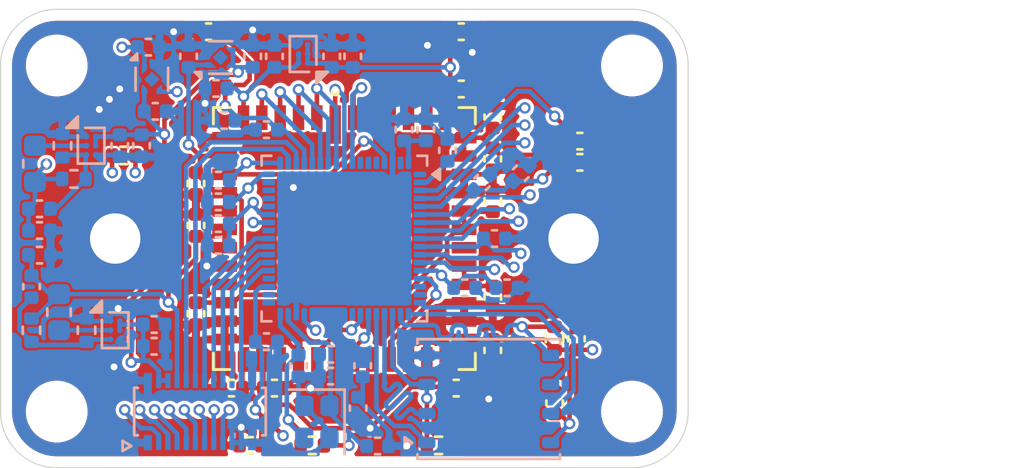
<source format=kicad_pcb>
(kicad_pcb (version 20241229) (generator "pcbnew") (generator_version "9.0")
  (title_block (title "HW1 Head A") (date "2025-10-10") (rev "1") (company "team noon") (comment 3 "github.com/team-noon/hw1") (comment 4 "Drawn By: Sam"))
  (layers (0 "F.Cu" signal) (4 "In1.Cu" signal) (6 "In2.Cu" signal) (2 "B.Cu" signal) (13 "F.Paste" user) (15 "B.Paste" user) (5 "F.SilkS" user "F.Silkscreen") (7 "B.SilkS" user "B.Silkscreen") (1 "F.Mask" user) (3 "B.Mask" user) (25 "Edge.Cuts" user))
  (net 0 "")
  (net 1 "/WIFI_D1")
  (net 2 "GND")
  (net 3 "/WIFI_CLK")
  (net 5 "/XOUT")
  (net 7 "/MDN0")
  (net 9 "/SPI_MOSI")
  (net 10 "/MCN")
  (net 11 "/SPI_MISO")
  (net 13 "/WIFI_D0")
  (net 14 "/XIN")
  (net 15 "/MDP1")
  (net 16 "/WIFI_D2")
  (net 17 "/MCP")
  (net 18 "/CAM_SCL")
  (net 19 "/CAM_SDA")
  (net 21 "Net-(U1E-PAD_AUD_AVREF)")
  (net 22 "/WIFI_CMD")
  (net 23 "/WIFI_D3")
  (net 24 "/MDP0")
  (net 25 "/MDN1")
  (net 26 "/PWRSEQ")
  (net 27 "/USB_DM")
  (net 28 "/SPI_CLK")
  (net 30 "/CAM_RES")
  (net 31 "/CAM_OE")
  (net 33 "/CAM_CLK")
  (net 44 "/NOR_SCK")
  (net 45 "/NOR_CS")
  (net 46 "/NOR_MOSI")
  (net 47 "/NOR_MISO")
  (net 48 "/NOR_HOLD")
  (net 50 "/NOR_WP")
  (net 51 "/USB_DP")
  (net 55 "Net-(U1A-USB_VBUS_DET)")
  (net 58 "/INT")
  (net 59 "/SPI_CS")
  (net 60 "/WIFI_INT")
  (net 61 "/WIFI_EN")
  (net 62 "Net-(U6-VFB)")
  (net 65 "+1V8")
  (net 66 "+3V3")
  (net 67 "Net-(U6-LX)")
  (net 68 "Net-(U5-LX)")
  (net 69 "Net-(U5-VFB)")
  (net 70 "+2V8")
  (net 71 "/0V9")
  (net 72 "/0V4")
  (net 73 "+5V")
  (footprint "Resistor_SMD:R_0402_1005Metric" (layer "F.Cu") (at 63.6 69.025 180)
    (property "Reference" "R3" (hide yes))
    (property "Value" "1M" (hide yes))
  )
  (footprint "Resistor_SMD:R_0402_1005Metric" (layer "F.Cu") (at 74.17 64.359999 -90)
    (property "Reference" "R4" (hide yes))
    (property "Value" "4.7k" (hide yes))
  )
  (footprint "Resistor_SMD:R_0402_1005Metric" (layer "F.Cu") (at 69.109999 69.025)
    (property "Reference" "R5" (hide yes))
    (property "Value" "4.7k" (hide yes))
  )
  (footprint "Capacitor_SMD:C_0402_1005Metric" (layer "F.Cu") (at 60.075 66.525 180)
    (property "Reference" "C37" (hide yes))
    (property "Value" "2.2u" (hide yes))
  )
  (footprint "Capacitor_SMD:C_0402_1005Metric" (layer "F.Cu") (at 71.475 62.555 -90)
    (property "Reference" "C28" (hide yes))
    (property "Value" "1u" (hide yes))
  )
  (footprint "Capacitor_SMD:C_0402_1005Metric" (layer "F.Cu") (at 60.9 69.025 180)
    (property "Reference" "C20" (hide yes))
    (property "Value" "2.2u" (hide yes))
  )
  (footprint "MountingHole:MountingHole_2.2mm_M2" (layer "F.Cu") (at 52.45 52.45)
    (property "Reference" "H1" (hide yes))
    (property "Value" "MountingHole_Pad" (hide yes))
  )
  (footprint "Capacitor_SMD:C_0402_1005Metric" (layer "F.Cu") (at 71.475 56.525 -90)
    (property "Reference" "C9" (hide yes))
    (property "Value" "0.1u" (hide yes))
  )
  (footprint "Capacitor_SMD:C_0402_1005Metric" (layer "F.Cu") (at 58.525 57.6 -90)
    (property "Reference" "C26" (hide yes))
    (property "Value" "1u" (hide yes))
  )
  (footprint "onsemi:PLCC-48-11.43x11.4mm" (layer "F.Cu") (at 65 60)
    (property "Reference" "U2" (hide yes))
    (property "Value" "AR0237CS" (hide yes))
  )
  (footprint "Capacitor_SMD:C_0402_1005Metric" (layer "F.Cu") (at 75.275 55.75)
    (property "Reference" "C32" (hide yes))
    (property "Value" "10u" (hide yes))
  )
  (footprint "Capacitor_SMD:C_0402_1005Metric" (layer "F.Cu") (at 70.1 53.475)
    (property "Reference" "C35" (hide yes))
    (property "Value" "1u" (hide yes))
  )
  (footprint "Capacitor_SMD:C_0402_1005Metric" (layer "F.Cu") (at 70.1 50.975)
    (property "Reference" "C38" (hide yes))
    (property "Value" "10u" (hide yes))
  )
  (footprint "Capacitor_SMD:C_0402_1005Metric" (layer "F.Cu") (at 69.88 66.525)
    (property "Reference" "C6" (hide yes))
    (property "Value" "2.2u" (hide yes))
  )
  (footprint "Resistor_SMD:R_0402_1005Metric" (layer "F.Cu") (at 55.375 56.375 180)
    (property "Reference" "R1" (hide yes))
    (property "Value" "10k" (hide yes))
  )
  (footprint "Capacitor_SMD:C_0402_1005Metric" (layer "F.Cu") (at 58.525 59.425 90)
    (property "Reference" "C27" (hide yes))
    (property "Value" "0.1u" (hide yes))
  )
  (footprint "Capacitor_SMD:C_0402_1005Metric" (layer "F.Cu") (at 75.275 56.675)
    (property "Reference" "C40" (hide yes))
    (property "Value" "10u" (hide yes))
  )
  (footprint "Capacitor_SMD:C_0402_1005Metric" (layer "F.Cu") (at 71.475 58.35 90)
    (property "Reference" "C30" (hide yes))
    (property "Value" "1u" (hide yes))
  )
  (footprint "MountingHole:MountingHole_2.2mm_M2" (layer "F.Cu") (at 77.55 52.45)
    (property "Reference" "H2" (hide yes))
    (property "Value" "MountingHole_Pad" (hide yes))
  )
  (footprint "Capacitor_SMD:C_0402_1005Metric" (layer "F.Cu") (at 71.475 54.7 90)
    (property "Reference" "C34" (hide yes))
    (property "Value" "2.2u" (hide yes))
  )
  (footprint "MountingHole:MountingHole_2.2mm_M2" (layer "F.Cu") (at 77.55 67.55)
    (property "Reference" "H4" (hide yes))
    (property "Value" "MountingHole_Pad" (hide yes))
  )
  (footprint "Capacitor_SMD:C_0402_1005Metric" (layer "F.Cu") (at 74.175 67.175 -90)
    (property "Reference" "C41" (hide yes))
    (property "Value" "0.1u" (hide yes))
  )
  (footprint "Capacitor_SMD:C_0402_1005Metric" (layer "F.Cu") (at 61.95 66.525)
    (property "Reference" "C31" (hide yes))
    (property "Value" "0.1u" (hide yes))
  )
  (footprint "Capacitor_SMD:C_0402_1005Metric" (layer "F.Cu") (at 59.075 50.975 180)
    (property "Reference" "C39" (hide yes))
    (property "Value" "10u" (hide yes))
  )
  (footprint "Capacitor_SMD:C_0402_1005Metric" (layer "F.Cu") (at 75.125 64.375 90)
    (property "Reference" "C5" (hide yes))
    (property "Value" "10u" (hide yes))
  )
  (footprint "MountingHole:MountingHole_2.2mm_M2" (layer "F.Cu") (at 52.45 67.55)
    (property "Reference" "H3" (hide yes))
    (property "Value" "MountingHole_Pad" (hide yes))
  )
  (footprint "Capacitor_SMD:C_0402_1005Metric" (layer "F.Cu") (at 71.475 64.88 -90)
    (property "Reference" "C4" (hide yes))
    (property "Value" "0.1u" (hide yes))
  )
  (footprint "Capacitor_SMD:C_0402_1005Metric" (layer "F.Cu") (at 58.525 63.28 -90)
    (property "Reference" "C36" (hide yes))
    (property "Value" "1u" (hide yes))
  )
  (footprint "Capacitor_SMD:C_0402_1005Metric" (layer "B.Cu") (at 56.7 63.75)
    (property "Reference" "C49" (hide yes))
    (property "Value" "10u" (hide yes))
  )
  (footprint "MountingHole:MountingHole_2.2mm_M2_DIN965_Pad" (layer "B.Cu") (at 75 60 180)
    (property "Reference" "H6" (hide yes))
    (property "Value" "MountingHole_Pad" (hide yes))
  )
  (footprint "Capacitor_SMD:C_0402_1005Metric" (layer "B.Cu") (at 56.750001 54.45)
    (property "Reference" "C50" (hide yes))
    (property "Value" "1u" (hide yes))
  )
  (footprint "Capacitor_SMD:C_0402_1005Metric" (layer "B.Cu") (at 59.5 58.4 180)
    (property "Reference" "C3" (hide yes))
    (property "Value" "0.1u" (hide yes))
  )
  (footprint "Capacitor_SMD:C_0402_1005Metric" (layer "B.Cu") (at 72.1 62.15)
    (property "Reference" "C17" (hide yes))
    (property "Value" "2.2u" (hide yes))
  )
  (footprint "Capacitor_SMD:C_0402_1005Metric" (layer "B.Cu") (at 61.6 64.5)
    (property "Reference" "C19" (hide yes))
    (property "Value" "0.1u" (hide yes))
  )
  (footprint "Capacitor_SMD:C_0402_1005Metric" (layer "B.Cu") (at 59.5 57.45 180)
    (property "Reference" "C1" (hide yes))
    (property "Value" "0.1u" (hide yes))
  )
  (footprint "Crystal:Crystal_SMD_2016-4Pin_2.0x1.6mm" (layer "B.Cu") (at 63.8 68 -90)
    (property "Reference" "Y1" (hide yes))
    (property "Value" "25M" (hide yes))
  )
  (footprint "Capacitor_SMD:C_0402_1005Metric" (layer "B.Cu") (at 65.6 67.4 90)
    (property "Reference" "C18" (hide yes))
    (property "Value" "10u" (hide yes))
  )
  (footprint "Capacitor_SMD:C_0402_1005Metric" (layer "B.Cu") (at 56.7 64.7)
    (property "Reference" "C52" (hide yes))
    (property "Value" "4.7u" (hide yes))
  )
  (footprint "Package_DFN_QFN:UDFN-4-1EP_1x1mm_P0.65mm_EP0.48x0.48mm" (layer "B.Cu") (at 56.6 53.05 -90)
    (property "Reference" "U7" (hide yes))
    (property "Value" "RP114x" (hide yes))
  )
  (footprint "Package_CSP:WLCSP-6_1.4x1.0mm_P0.4mm" (layer "B.Cu") (at 63.2 51.95 90)
    (property "Reference" "U9" (hide yes))
    (property "Value" "NCP136" (hide yes))
  )
  (footprint "Capacitor_SMD:C_0402_1005Metric" (layer "B.Cu") (at 59.4 53.45)
    (property "Reference" "C29" (hide yes))
    (property "Value" "0.1u" (hide yes))
  )
  (footprint "Capacitor_SMD:C_0402_1005Metric" (layer "B.Cu") (at 65.3675 52.049999 90)
    (property "Reference" "C63" (hide yes))
    (property "Value" "4.7u (Cin)" (hide yes))
  )
  (footprint "Capacitor_SMD:C_0402_1005Metric" (layer "B.Cu") (at 63 65.55 90)
    (property "Reference" "C21" (hide yes))
    (property "Value" "18p" (hide yes))
  )
  (footprint "Capacitor_SMD:C_0402_1005Metric" (layer "B.Cu") (at 51.7 60.725)
    (property "Reference" "C61" (hide yes))
    (property "Value" "10u" (hide yes))
  )
  (footprint "Capacitor_SMD:C_0402_1005Metric" (layer "B.Cu") (at 51.7 59.65)
    (property "Reference" "C60" (hide yes))
    (property "Value" "10u" (hide yes))
  )
  (footprint "Capacitor_SMD:C_0402_1005Metric" (layer "B.Cu") (at 71.55 60)
    (property "Reference" "C2" (hide yes))
    (property "Value" "0.1u" (hide yes))
  )
  (footprint "Capacitor_SMD:C_0402_1005Metric" (layer "B.Cu") (at 67.6 55.25 90)
    (property "Reference" "C7" (hide yes))
    (property "Value" "0.1u" (hide yes))
  )
  (footprint "Connector_Hirose_DF40:Hirose_DF40C-20DP-0.4V_2x10-1MP_P0.4mm" (layer "B.Cu") (at 58.7 67.55)
    (property "Reference" "J1" (hide yes))
    (property "Value" "conn_head_b" (hide yes))
  )
  (footprint "Capacitor_SMD:C_0402_1005Metric" (layer "B.Cu") (at 56.449999 51.65)
    (property "Reference" "C53" (hide yes))
    (property "Value" "1u" (hide yes))
  )
  (footprint "Inductor_SMD:L_0603_1608Metric" (layer "B.Cu") (at 51.500003 56.737501 -90)
    (property "Reference" "L1" (hide yes))
    (property "Value" "0.47u" (hide yes))
  )
  (footprint "Capacitor_SMD:C_0402_1005Metric" (layer "B.Cu") (at 59.5 59.35 180)
    (property "Reference" "C22" (hide yes))
    (property "Value" "0.1u" (hide yes))
  )
  (footprint "Inductor_SMD:L_0603_1608Metric" (layer "B.Cu") (at 52.55 63.212499 90)
    (property "Reference" "L2" (hide yes))
    (property "Value" "0.47u" (hide yes))
  )
  (footprint "Resistor_SMD:R_0402_1005Metric" (layer "B.Cu") (at 53.75 64 -90)
    (property "Reference" "R7" (hide yes))
    (property "Value" "220k" (hide yes))
  )
  (footprint "Capacitor_SMD:C_0402_1005Metric" (layer "B.Cu") (at 70.25 62.15)
    (property "Reference" "C15" (hide yes))
    (property "Value" "0.1u" (hide yes))
  )
  (footprint "Capacitor_SMD:C_0402_1005Metric" (layer "B.Cu") (at 51.7 58.7 180)
    (property "Reference" "C57" (hide yes))
    (property "Value" "47p" (hide yes))
  )
  (footprint "Resistor_SMD:R_0402_1005Metric" (layer "B.Cu") (at 53.200003 57.4 180)
    (property "Reference" "R9" (hide yes))
    (property "Value" "110k" (hide yes))
  )
  (footprint "Capacitor_SMD:C_0402_1005Metric" (layer "B.Cu") (at 64.45 52.05 90)
    (property "Reference" "C64" (hide yes))
    (property "Value" "1u (Cbias)" (hide yes))
  )
  (footprint "Capacitor_SMD:C_0402_1005Metric" (layer "B.Cu") (at 59.5 60.3 180)
    (property "Reference" "C23" (hide yes))
    (property "Value" "2.2u" (hide yes))
  )
  (footprint "Capacitor_SMD:C_0402_1005Metric" (layer "B.Cu") (at 71 57.55 45)
    (property "Reference" "C8" (hide yes))
    (property "Value" "0.1u" (hide yes))
  )
  (footprint "Capacitor_SMD:C_0402_1005Metric" (layer "B.Cu") (at 55.200001 55.95 -90)
    (property "Reference" "C51" (hide yes))
    (property "Value" "4.7u" (hide yes))
  )
  (footprint "Capacitor_SMD:C_0402_1005Metric" (layer "B.Cu") (at 66.45 69.05 180)
    (property "Reference" "C25" (hide yes))
    (property "Value" "18p" (hide yes))
  )
  (footprint "Package_CSP:WLCSP-6_1.4x1.0mm_P0.4mm" (layer "B.Cu") (at 53.95 55.95 -90)
    (property "Reference" "U5" (hide yes))
    (property "Value" "RP509x" (hide yes))
  )
  (footprint "Capacitor_SMD:C_0402_1005Metric" (layer "B.Cu") (at 61.6 55.25 180)
    (property "Reference" "C24" (hide yes))
    (property "Value" "0.1u" (hide yes))
  )
  (footprint "Capacitor_SMD:C_0402_1005Metric" (layer "B.Cu") (at 59.75 54.85 180)
    (property "Reference" "C33" (hide yes))
    (property "Value" "2.2u" (hide yes))
  )
  (footprint "Resistor_SMD:R_0402_1005Metric" (layer "B.Cu") (at 52.700003 55.95 -90)
    (property "Reference" "R6" (hide yes))
    (property "Value" "220k" (hide yes))
  )
  (footprint "Capacitor_SMD:C_0402_1005Metric" (layer "B.Cu") (at 72.7 57.15 45)
    (property "Reference" "C13" (hide yes))
    (property "Value" "2.2u" (hide yes))
  )
  (footprint "Package_CSP:WLCSP-6_1.4x1.0mm_P0.4mm" (layer "B.Cu") (at 55 64 -90)
    (property "Reference" "U6" (hide yes))
    (property "Value" "RP509x" (hide yes))
  )
  (footprint "Capacitor_SMD:C_0402_1005Metric" (layer "B.Cu") (at 64.4 65.05 180)
    (property "Reference" "C10" (hide yes))
    (property "Value" "0.1u" (hide yes))
  )
  (footprint "Capacitor_SMD:C_0402_1005Metric" (layer "B.Cu") (at 69.5 56.15 90)
    (property "Reference" "C11" (hide yes))
    (property "Value" "0.1u" (hide yes))
  )
  (footprint "Capacitor_SMD:C_0402_1005Metric" (layer "B.Cu") (at 64.4 66 180)
    (property "Reference" "C14" (hide yes))
    (property "Value" "2.2u" (hide yes))
  )
  (footprint "Resistor_SMD:R_0402_1005Metric" (layer "B.Cu") (at 51.35 64 90)
    (property "Reference" "R10" (hide yes))
    (property "Value" "440k" (hide yes))
  )
  (footprint "Package_DFN_QFN:ArtInChip_QFN-68-1EP_7x7mm_P0.35mm_EP5.49x5.49mm" (layer "B.Cu") (at 65 60 180)
    (property "Reference" "U1" (hide yes))
    (property "Value" "CV1800B" (hide yes))
  )
  (footprint "MountingHole:MountingHole_2.2mm_M2_DIN965_Pad" (layer "B.Cu") (at 55 60 180)
    (property "Reference" "H5" (hide yes))
    (property "Value" "MountingHole_Pad" (hide yes))
  )
  (footprint "Capacitor_SMD:C_0402_1005Metric" (layer "B.Cu") (at 58.2 52.05 90)
    (property "Reference" "C55" (hide yes))
    (property "Value" "1u" (hide yes))
  )
  (footprint "Package_DFN_QFN:UDFN-4-1EP_1x1mm_P0.65mm_EP0.48x0.48mm" (layer "B.Cu") (at 59.6 52.1)
    (property "Reference" "U8" (hide yes))
    (property "Value" "LP3982S" (hide yes))
  )
  (footprint "Capacitor_SMD:C_0402_1005Metric" (layer "B.Cu") (at 56.150001 55.95 -90)
    (property "Reference" "C48" (hide yes))
    (property "Value" "10u" (hide yes))
  )
  (footprint "Package_SON:WSON-8-1EP_6x5mm_P1.27mm_EP3.4x4.3mm" (layer "B.Cu") (at 71.3 67)
    (property "Reference" "U4" (hide yes))
    (property "Value" "W25Q128JVP" (hide yes))
  )
  (footprint "Capacitor_SMD:C_0402_1005Metric" (layer "B.Cu") (at 68.55 55.25 90)
    (property "Reference" "C12" (hide yes))
    (property "Value" "10u" (hide yes))
  )
  (footprint "Capacitor_SMD:C_0402_1005Metric" (layer "B.Cu") (at 65.8 65.55 -90)
    (property "Reference" "C16" (hide yes))
    (property "Value" "4.7u" (hide yes))
  )
  (footprint "Capacitor_SMD:C_0402_1005Metric" (layer "B.Cu") (at 61 52.05 90)
    (property "Reference" "C54" (hide yes))
    (property "Value" "1u" (hide yes))
  )
  (footprint "Capacitor_SMD:C_0402_1005Metric" (layer "B.Cu") (at 61.95 52.050001 90)
    (property "Reference" "C65" (hide yes))
    (property "Value" "10u" (hide yes))
  )
  (footprint "Capacitor_SMD:C_0402_1005Metric" (layer "B.Cu") (at 51.35 62.1 90)
    (property "Reference" "C58" (hide yes))
    (property "Value" "33p" (hide yes))
  )
  (gr_line (start 80 52.45) (end 80 67.55) (stroke (width 0.05)) (layer "Edge.Cuts"))
  (gr_line (start 52.45 50) (end 77.55 50) (stroke (width 0.05)) (layer "Edge.Cuts"))
  (gr_arc (start 50 52.45) (mid 50.717588 50.717588) (end 52.45 50) (stroke (width 0.05)) (layer "Edge.Cuts"))
  (gr_line (start 77.55 70) (end 52.45 70) (stroke (width 0.05)) (layer "Edge.Cuts"))
  (gr_arc (start 77.55 50) (mid 79.282414 50.717588) (end 80 52.45) (stroke (width 0.05)) (layer "Edge.Cuts"))
  (gr_line (start 50 67.55) (end 50 52.45) (stroke (width 0.05)) (layer "Edge.Cuts"))
  (gr_arc (start 80 67.55) (mid 79.282412 69.282412) (end 77.55 70) (stroke (width 0.05)) (layer "Edge.Cuts"))
  (gr_arc (start 52.45 70) (mid 50.717588 69.282412) (end 50 67.55) (stroke (width 0.05)) (layer "Edge.Cuts"))
  (via (at 57.368543 67.475) (size 0.5) (drill 0.3) (layers "F.Cu" "B.Cu") (net 1))
  (via (at 73.1 58.1) (size 0.5) (drill 0.3) (layers "F.Cu" "B.Cu") (net 1))
  (segment (start 71.075736 58.2) (end 69.975736 59.3) (width 0.2) (layer "B.Cu") (net 1))
  (segment (start 69.975736 59.3) (end 68.3 59.3) (width 0.2) (layer "B.Cu") (net 1))
  (segment (start 73.1 58.1) (end 73 58.2) (width 0.2) (layer "B.Cu") (net 1))
  (segment (start 57.368543 67.475) (end 57.368543 67.568543) (width 0.2) (layer "B.Cu") (net 1))
  (segment (start 73 58.2) (end 71.075736 58.2) (width 0.2) (layer "B.Cu") (net 1))
  (segment (start 58.099999 68.299999) (end 58.099999 69.09) (width 0.2) (layer "B.Cu") (net 1))
  (segment (start 57.368543 67.568543) (end 58.099999 68.299999) (width 0.2) (layer "B.Cu") (net 1))
  (segment (start 58.525 63.76) (end 59.615 63.76) (width 0.2) (layer "F.Cu") (net 2))
  (segment (start 59.615 63.76) (end 59.775 63.6) (width 0.2) (layer "F.Cu") (net 2))
  (segment (start 60.42 69.025) (end 60.42 68.315002) (width 0.2) (layer "F.Cu") (net 2))
  (segment (start 59.775 58.8) (end 59.245 58.8) (width 0.2) (layer "F.Cu") (net 2))
  (segment (start 55.130002 63.05) (end 55 62.919998) (width 0.2) (layer "F.Cu") (net 2))
  (segment (start 54.95 65.6) (end 54.95 63.230002) (width 0.2) (layer "F.Cu") (net 2))
  (segment (start 55 62.919998) (end 55 60) (width 0.2) (layer "F.Cu") (net 2))
  (segment (start 71.475 63.03) (end 71.245 62.8) (width 0.2) (layer "F.Cu") (net 2))
  (segment (start 71.28 57.2) (end 70.225 57.2) (width 0.2) (layer "F.Cu") (net 2))
  (segment (start 70.835 67) (end 70.36 66.525) (width 0.2) (layer "F.Cu") (net 2))
  (segment (start 71.325 54.22) (end 70.58 53.475) (width 0.2) (layer "F.Cu") (net 2))
  (segment (start 64.6 65.565) (end 63.64 66.525) (width 0.2) (layer "F.Cu") (net 2))
  (segment (start 63 65.955) (end 63 65.275) (width 0.2) (layer "F.Cu") (net 2))
  (segment (start 59.775 58.8) (end 58.67 58.8) (width 0.2) (layer "F.Cu") (net 2))
  (segment (start 54.95 63.230002) (end 55.130002 63.05) (width 0.2) (layer "F.Cu") (net 2))
  (segment (start 60.42 68.315002) (end 60.5 68.235002) (width 0.2) (layer "F.Cu") (net 2))
  (segment (start 59.775 63.6) (end 59.775 64.3) (width 0.2) (layer "F.Cu") (net 2))
  (segment (start 62.415 64.4) (end 59.775 64.4) (width 0.2) (layer "F.Cu") (net 2))
  (segment (start 75.125 63.895) (end 75.125 60.125) (width 0.2) (layer "F.Cu") (net 2))
  (segment (start 70.225 58) (end 70.225 57.2) (width 0.2) (layer "F.Cu") (net 2))
  (segment (start 71.475 65.41) (end 70.36 66.525) (width 0.2) (layer "F.Cu") (net 2))
  (segment (start 71.475 57.87) (end 71.475 57.005) (width 0.2) (layer "F.Cu") (net 2))
  (segment (start 58.595 50.975) (end 57.55 50.975) (width 0.2) (layer "F.Cu") (net 2))
  (segment (start 71.475 57.87) (end 70.355 57.87) (width 0.2) (layer "F.Cu") (net 2))
  (segment (start 71.3 67) (end 70.835 67) (width 0.2) (layer "F.Cu") (net 2))
  (segment (start 71.475 57.005) (end 71.28 57.2) (width 0.2) (layer "F.Cu") (net 2))
  (segment (start 63.64 66.525) (end 63.525 66.525) (width 0.2) (layer "F.Cu") (net 2))
  (segment (start 64.6 65.275) (end 64.6 65.565) (width 0.2) (layer "F.Cu") (net 2))
  (segment (start 56.385 65.9) (end 55.25 65.9) (width 0.2) (layer "F.Cu") (net 2))
  (segment (start 70.58 50.975) (end 70.58 51.875) (width 0.2) (layer "F.Cu") (net 2))
  (segment (start 69.619998 69.025) (end 69.619998 68.215002) (width 0.2) (layer "F.Cu") (net 2))
  (segment (start 70.38 57.845) (end 70.225 58) (width 0.2) (layer "F.Cu") (net 2))
  (segment (start 63 64.985) (end 62.415 64.4) (width 0.2) (layer "F.Cu") (net 2))
  (segment (start 59 61.2) (end 59.775 61.2) (width 0.2) (layer "F.Cu") (net 2))
  (segment (start 70.225 62.8) (end 70.225 63.6) (width 0.2) (layer "F.Cu") (net 2))
  (segment (start 63.525 66.525) (end 62.43 66.525) (width 0.2) (layer "F.Cu") (net 2))
  (segment (start 71.245 62.8) (end 70.225 62.8) (width 0.2) (layer "F.Cu") (net 2))
  (segment (start 62.43 66.525) (end 63 65.955) (width 0.2) (layer "F.Cu") (net 2))
  (segment (start 69.619998 68.215002) (end 70.835 67) (width 0.2) (layer "F.Cu") (net 2))
  (segment (start 55.25 65.9) (end 54.95 65.6) (width 0.2) (layer "F.Cu") (net 2))
  (segment (start 60.5 67.275) (end 60.5 68.235002) (width 0.2) (layer "F.Cu") (net 2))
  (segment (start 58.525 63.76) (end 56.385 65.9) (width 0.2) (layer "F.Cu") (net 2))
  (segment (start 59.75 66.525) (end 60.5 67.275) (width 0.2) (layer "F.Cu") (net 2))
  (segment (start 59.245 58.8) (end 58.525 58.08) (width 0.2) (layer "F.Cu") (net 2))
  (segment (start 70.58 51.875) (end 70.58 53.475) (width 0.2) (layer "F.Cu") (net 2))
  (via (at 62.775 57.775) (size 0.5) (drill 0.3) (layers "F.Cu" "B.Cu") (net 2))
  (via (at 54.308056 54.366944) (size 0.5) (drill 0.3) (layers "F.Cu" "B.Cu") (net 2))
  (via (at 55.2 53.475) (size 0.5) (drill 0.3) (layers "F.Cu" "B.Cu") (net 2))
  (via (at 60.5 68.235002) (size 0.5) (drill 0.3) (layers "F.Cu" "B.Cu") (net 2))
  (via (at 55.130002 63.05) (size 0.5) (drill 0.3) (layers "F.Cu" "B.Cu") (net 2))
  (via (at 71.3 67) (size 0.5) (drill 0.3) (layers "F.Cu" "B.Cu") (net 2))
  (via (at 57.55 50.975) (size 0.5) (drill 0.3) (layers "F.Cu" "B.Cu") (net 2))
  (via (at 61 50.9) (size 0.5) (drill 0.3) (layers "F.Cu" "B.Cu") (net 2))
  (via (at 59 61.2) (size 0.5) (drill 0.3) (layers "F.Cu" "B.Cu") (net 2))
  (via (at 63.525 66.525) (size 0.5) (drill 0.3) (layers "F.Cu" "B.Cu") (net 2))
  (via (at 67.725 69.05) (size 0.5) (drill 0.3) (layers "F.Cu" "B.Cu") (net 2))
  (via (at 54.95 65.6) (size 0.5) (drill 0.3) (layers "F.Cu" "B.Cu") (net 2))
  (via (at 54.75 53.925) (size 0.5) (drill 0.3) (layers "F.Cu" "B.Cu") (net 2))
  (via (at 68.625 51.569999) (size 0.5) (drill 0.3) (layers "F.Cu" "B.Cu") (net 2))
  (via (at 58.92 54.1) (size 0.5) (drill 0.3) (layers "F.Cu" "B.Cu") (net 2))
  (via (at 70.58 51.875) (size 0.5) (drill 0.3) (layers "F.Cu" "B.Cu") (net 2))
  (segment (start 54.799 53.074) (end 55.2 53.475) (width 0.2) (layer "B.Cu") (net 2))
  (segment (start 54.8 63.380002) (end 55.130002 63.05) (width 0.2) (layer "B.Cu") (net 2))
  (segment (start 56.925 52.51) (end 56.925 51.655) (width 0.2) (layer "B.Cu") (net 2))
  (segment (start 60.975 68.905) (end 60.1 68.905) (width 0.2) (layer "B.Cu") (net 2))
  (segment (start 56.995 51.8775) (end 57 51.8725) (width 0.2) (layer "B.Cu") (net 2))
  (segment (start 64.104 51.224) (end 63.149224 51.224) (width 0.2) (layer "B.Cu") (net 2))
  (segment (start 55.2 64.4) (end 55.2 65.35) (width 0.2) (layer "B.Cu") (net 2))
  (segment (start 57.55 51.57) (end 57.55 50.975) (width 0.2) (layer "B.Cu") (net 2))
  (segment (start 64.45 51.57) (end 64.104 51.224) (width 0.2) (layer "B.Cu") (net 2))
  (segment (start 56.425 68.905) (end 56.05 68.905) (width 0.2) (layer "B.Cu") (net 2))
  (segment (start 55.102479 51.139) (end 54.799 51.442479) (width 0.2) (layer "B.Cu") (net 2))
  (segment (start 65.8 66.03) (end 65.8 66.72) (width 0.2) (layer "B.Cu") (net 2))
  (segment (start 54.8 63.6) (end 54.8 63.380002) (width 0.2) (layer "B.Cu") (net 2))
  (segment (start 63.92 66) (end 63.525 66.395) (width 0.2) (layer "B.Cu") (net 2))
  (segment (start 65.3675 51.569999) (end 70.274999 51.569999) (width 0.2) (layer "B.Cu") (net 2))
  (segment (start 70.274999 51.569999) (end 70.58 51.875) (width 0.2) (layer "B.Cu") (net 2))
  (segment (start 54.75 53.925) (end 54.308056 54.366944) (width 0.2) (layer "B.Cu") (net 2))
  (segment (start 65.3675 51.569999) (end 64.45 51.57) (width 0.2) (layer "B.Cu") (net 2))
  (segment (start 56.418999 51.139) (end 55.102479 51.139) (width 0.2) (layer "B.Cu") (net 2))
  (segment (start 54.917534 67.267479) (end 55.990013 66.195) (width 0.2) (layer "B.Cu") (net 2))
  (segment (start 58.855 51.57) (end 59.06 51.775) (width 0.2) (layer "B.Cu") (net 2))
  (segment (start 70.73 62.15) (end 71.241 62.661) (width 0.2) (layer "B.Cu") (net 2))
  (segment (start 67.089 55.281) (end 67.6 54.77) (width 0.2) (layer "B.Cu") (net 2))
  (segment (start 60.975 68.905) (end 61.645 68.905) (width 0.2) (layer "B.Cu") (net 2))
  (segment (start 63.699 69.351) (end 62.301 69.351) (width 0.2) (layer "B.Cu") (net 2))
  (segment (start 71.241 62.661) (end 72.069 62.661) (width 0.2) (layer "B.Cu") (net 2))
  (segment (start 63.149224 51.224) (end 63 51.373224) (width 0.2) (layer "B.Cu") (net 2))
  (segment (start 67.1 56.7) (end 67.1 57.9) (width 0.2) (layer "B.Cu") (net 2))
  (segment (start 57.55 51.57) (end 57.009999 51.57) (width 0.2) (layer "B.Cu") (net 2))
  (segment (start 61.75 68.8) (end 61.75 64.83) (width 0.2) (layer "B.Cu") (net 2))
  (segment (start 64.35 68.7) (end 63.699 69.351) (width 0.2) (layer "B.Cu") (net 2))
  (segment (start 63 51.373224) (end 63 51.55) (width 0.2) (layer "B.Cu") (net 2))
  (segment (start 69.394 69.356) (end 71.3 67.45) (width 0.2) (layer "B.Cu") (net 2))
  (segment (start 67.6 54.77) (end 68.55 54.77) (width 0.2) (layer "B.Cu") (net 2))
  (segment (start 57.18 64.7) (end 57.18 63.75) (width 0.2) (layer "B.Cu") (net 2))
  (segment (start 68.6 65.095) (end 69.395 65.095) (width 0.2) (layer "B.Cu") (net 2))
  (segment (start 60.5 67.2) (end 60.975 66.725) (width 0.2) (layer "B.Cu") (net 2))
  (segment (start 65.8 66.72) (end 65.6 66.92) (width 0.2) (layer "B.Cu") (net 2))
  (segment (start 63.525 66.395) (end 63.525 66.525) (width 0.2) (layer "B.Cu") (net 2))
  (segment (start 66.93 68.360678) (end 66.93 69.05) (width 0.2) (layer "B.Cu") (net 2))
  (segment (start 58.92 54.5) (end 59.27 54.85) (width 0.2) (layer "B.Cu") (net 2))
  (segment (start 57.230001 54.45) (end 57.65 54.869999) (width 0.2) (layer "B.Cu") (net 2))
  (segment (start 63 66.03) (end 63 67.05) (width 0.2) (layer "B.Cu") (net 2))
  (segment (start 65.6 67.030678) (end 66.93 68.360678) (width 0.2) (layer "B.Cu") (net 2))
  (segment (start 67.725 69.05) (end 68.031 69.356) (width 0.2) (layer "B.Cu") (net 2))
  (segment (start 72.069 62.661) (end 72.58 62.15) (width 0.2) (layer "B.Cu") (net 2))
  (segment (start 55.990013 66.195) (end 56.425 66.195) (width 0.2) (layer "B.Cu") (net 2))
  (segment (start 52.18 60.725) (end 54.275 60.725) (width 0.2) (layer "B.Cu") (net 2))
  (segment (start 63 66.03) (end 63.89 66.03) (width 0.2) (layer "B.Cu") (net 2))
  (segment (start 72.03 60) (end 75 60) (width 0.2) (layer "B.Cu") (net 2))
  (segment (start 61 51.57) (end 61.95 51.570001) (width 0.2) (layer "B.Cu") (net 2))
  (segment (start 69.45 55.67) (end 68.55 54.77) (width 0.2) (layer "B.Cu") (net 2))
  (segment (start 67.089 56.689) (end 67.089 55.281) (width 0.2) (layer "B.Cu") (net 2))
  (segment (start 61.95 51.570001) (end 62.979999 51.570001) (width 0.2) (layer "B.Cu") (net 2))
  (segment (start 61 51.57) (end 61 50.9) (width 0.2) (layer "B.Cu") (net 2))
  (segment (start 62.979999 51.570001) (end 63 51.55) (width 0.2) (layer "B.Cu") (net 2))
  (segment (start 69.395 65.095) (end 71.3 67) (width 0.2) (layer "B.Cu") (net 2))
  (segment (start 61.75 64.83) (end 62.08 64.5) (width 0.2) (layer "B.Cu") (net 2))
  (segment (start 60.5 68.235002) (end 60.5 67.2) (width 0.2) (layer "B.Cu") (net 2))
  (segment (start 55.2 65.35) (end 54.95 65.6) (width 0.2) (layer "B.Cu") (net 2))
  (segment (start 58.92 53.45) (end 58.92 54.5) (width 0.2) (layer "B.Cu") (net 2))
  (segment (start 71.339411 57.210589) (end 71.739411 56.810589) (width 0.2) (layer "B.Cu") (net 2))
  (segment (start 55.2 53.475) (end 54.75 53.925) (width 0.2) (layer "B.Cu") (net 2))
  (segment (start 54.799 51.442479) (end 54.799 53.074) (width 0.2) (layer "B.Cu") (net 2))
  (segment (start 56.05 68.905) (end 54.917534 67.772534) (width 0.2) (layer "B.Cu") (net 2))
  (segment (start 56.878521 56.43) (end 56.150001 56.43) (width 0.2) (layer "B.Cu") (net 2))
  (segment (start 59.02 60.3) (end 59.02 61.18) (width 0.2) (layer "B.Cu") (net 2))
  (segment (start 60.975 66.725) (end 60.975 66.195) (width 0.2) (layer "B.Cu") (net 2))
  (segment (start 61.009 55.361) (end 59.781 55.361) (width 0.2) (layer "B.Cu") (net 2))
  (segment (start 72.85 62.15) (end 75 60) (width 0.2) (layer "B.Cu") (net 2))
  (segment (start 59.781 55.361) (end 59.27 54.85) (width 0.2) (layer "B.Cu") (net 2))
  (segment (start 54.8 63.6) (end 53.859999 63.6) (width 0.2) (layer "B.Cu") (net 2))
  (segment (start 59.02 61.18) (end 59 61.2) (width 0.2) (layer "B.Cu") (net 2))
  (segment (start 72.58 62.15) (end 72.85 62.15) (width 0.2) (layer "B.Cu") (net 2))
  (segment (start 64.35 68.4) (end 63.25 67.3) (width 0.2) (layer "B.Cu") (net 2))
  (segment (start 54.15 56.35) (end 55.120001 56.35) (width 0.2) (layer "B.Cu") (net 2))
  (segment (start 57.65 54.869999) (end 57.65 55.658521) (width 0.2) (layer "B.Cu") (net 2))
  (segment (start 68.031 69.356) (end 69.394 69.356) (width 0.2) (layer "B.Cu") (net 2))
  (segment (start 60.5 69.09) (end 60.5 68.235002) (width 0.2) (layer "B.Cu") (net 2))
  (segment (start 61.645 68.905) (end 61.75 68.8) (width 0.2) (layer "B.Cu") (net 2))
  (segment (start 58.2 51.57) (end 57.55 51.57) (width 0.2) (layer "B.Cu") (net 2))
  (segment (start 56.48 63.05) (end 55.130002 63.05) (width 0.2) (layer "B.Cu") (net 2))
  (segment (start 54.917534 67.772534) (end 54.917534 67.267479) (width 0.2) (layer "B.Cu") (net 2))
  (segment (start 71.739411 56.810589) (end 73.039411 56.810589) (width 0.2) (layer "B.Cu") (net 2))
  (segment (start 57.18 63.75) (end 56.48 63.05) (width 0.2) (layer "B.Cu") (net 2))
  (segment (start 59.02 57.45) (end 59.02 60.3) (width 0.2) (layer "B.Cu") (net 2))
  (segment (start 56.929999 51.65) (end 56.418999 51.139) (width 0.2) (layer "B.Cu") (net 2))
  (segment (start 53.75 55.55) (end 52.810002 55.55) (width 0.2) (layer "B.Cu") (net 2))
  (segment (start 62.301 69.351) (end 61.75 68.8) (width 0.2) (layer "B.Cu") (net 2))
  (segment (start 66.93 69.05) (end 67.725 69.05) (width 0.2) (layer "B.Cu") (net 2))
  (segment (start 60.874 51.444) (end 59.391 51.444) (width 0.2) (layer "B.Cu") (net 2))
  (segment (start 52.18 59.65) (end 54.65 59.65) (width 0.2) (layer "B.Cu") (net 2))
  (segment (start 63.92 65.05) (end 63.92 66) (width 0.2) (layer "B.Cu") (net 2))
  (segment (start 58.2 51.57) (end 58.855 51.57) (width 0.2) (layer "B.Cu") (net 2))
  (segment (start 59.391 51.444) (end 59.06 51.775) (width 0.2) (layer "B.Cu") (net 2))
  (segment (start 57.65 55.658521) (end 56.878521 56.43) (width 0.2) (layer "B.Cu") (net 2))
  (segment (start 62.9 63.3) (end 62.9 62.1) (width 0.2) (layer "B.Cu") (net 2))
  (via (at 72.875 54.3) (size 0.5) (drill 0.3) (layers "F.Cu" "B.Cu") (net 3))
  (via (at 55.418534 67.475) (size 0.5) (drill 0.3) (layers "F.Cu" "B.Cu") (net 3))
  (segment (start 56.128 68.278) (end 55.418534 67.568534) (width 0.2) (layer "B.Cu") (net 3))
  (segment (start 72.65 54.3) (end 72.875 54.3) (width 0.2) (layer "B.Cu") (net 3))
  (segment (start 68.3 57.9) (end 69.05 57.9) (width 0.2) (layer "B.Cu") (net 3))
  (segment (start 56.9 68.578) (end 56.6 68.278) (width 0.2) (layer "B.Cu") (net 3))
  (segment (start 55.418534 67.475) (end 55.418534 67.568534) (width 0.2) (layer "B.Cu") (net 3))
  (segment (start 56.9 68.905) (end 56.9 68.578) (width 0.2) (layer "B.Cu") (net 3))
  (segment (start 56.6 68.278) (end 56.128 68.278) (width 0.2) (layer "B.Cu") (net 3))
  (segment (start 69.05 57.9) (end 72.65 54.3) (width 0.2) (layer "B.Cu") (net 3))
  (segment (start 63.090001 68.430039) (end 62.559878 67.899916) (width 0.2) (layer "F.Cu") (net 5))
  (segment (start 63.090001 69.025) (end 63.090001 68.430039) (width 0.2) (layer "F.Cu") (net 5))
  (via (at 62.559878 67.899916) (size 0.5) (drill 0.3) (layers "F.Cu" "B.Cu") (net 5))
  (segment (start 63 64.623872) (end 63 65.07) (width 0.2) (layer "B.Cu") (net 5))
  (segment (start 62.559878 68.009878) (end 62.559878 67.899916) (width 0.2) (layer "B.Cu") (net 5))
  (segment (start 62.2 63.823872) (end 63 64.623872) (width 0.2) (layer "B.Cu") (net 5))
  (segment (start 63 65.07) (end 62.489 65.581) (width 0.2) (layer "B.Cu") (net 5))
  (segment (start 62.489 67.829038) (end 62.559878 67.899916) (width 0.2) (layer "B.Cu") (net 5))
  (segment (start 63.25 68.7) (end 62.559878 68.009878) (width 0.2) (layer "B.Cu") (net 5))
  (segment (start 62.489 65.581) (end 62.489 67.829038) (width 0.2) (layer "B.Cu") (net 5))
  (segment (start 62.2 63.299999) (end 62.2 63.823872) (width 0.2) (layer "B.Cu") (net 5))
  (segment (start 61.4 54.725) (end 61.4 53.7) (width 0.2) (layer "F.Cu") (net 7))
  (via (at 61.4 53.7) (size 0.5) (drill 0.3) (layers "F.Cu" "B.Cu") (net 7))
  (segment (start 63.6 55.9) (end 61.4 53.7) (width 0.2) (layer "B.Cu") (net 7))
  (segment (start 63.6 56.7) (end 63.6 55.9) (width 0.2) (layer "B.Cu") (net 7))
  (segment (start 59.300001 62.227828) (end 59.300001 66.01) (width 0.2) (layer "B.Cu") (net 9))
  (segment (start 61.7 60.35) (end 61.177829 60.35) (width 0.2) (layer "B.Cu") (net 9))
  (segment (start 61.177829 60.35) (end 59.300001 62.227828) (width 0.2) (layer "B.Cu") (net 9))
  (segment (start 64.6 53.5) (end 64.6 55.025) (width 0.2) (layer "F.Cu") (net 10))
  (via (at 64.6 53.5) (size 0.5) (drill 0.3) (layers "F.Cu" "B.Cu") (net 10))
  (segment (start 65 56.700001) (end 65 53.8) (width 0.2) (layer "B.Cu") (net 10))
  (segment (start 65 53.8) (end 64.7 53.5) (width 0.2) (layer "B.Cu") (net 10))
  (segment (start 64.7 53.5) (end 64.6 53.5) (width 0.2) (layer "B.Cu") (net 10))
  (segment (start 61.252093 60.7) (end 59.7 62.252093) (width 0.2) (layer "B.Cu") (net 11))
  (segment (start 61.7 60.7) (end 61.252093 60.7) (width 0.2) (layer "B.Cu") (net 11))
  (segment (start 59.7 62.252093) (end 59.7 66.01) (width 0.2) (layer "B.Cu") (net 11))
  (via (at 72.875 55.825) (size 0.5) (drill 0.3) (layers "F.Cu" "B.Cu") (net 13))
  (via (at 56.71854 67.475) (size 0.5) (drill 0.3) (layers "F.Cu" "B.Cu") (net 13))
  (segment (start 71.975 55.825) (end 72.875 55.825) (width 0.2) (layer "B.Cu") (net 13))
  (segment (start 69.2 58.6) (end 71.975 55.825) (width 0.2) (layer "B.Cu") (net 13))
  (segment (start 56.71854 67.533518) (end 56.71854 67.475) (width 0.2) (layer "B.Cu") (net 13))
  (segment (start 57.7 68.905) (end 57.7 68.514978) (width 0.2) (layer "B.Cu") (net 13))
  (segment (start 68.3 58.6) (end 69.2 58.6) (width 0.2) (layer "B.Cu") (net 13))
  (segment (start 57.7 68.514978) (end 56.71854 67.533518) (width 0.2) (layer "B.Cu") (net 13))
  (segment (start 56.71854 67.475) (end 56.6496 67.54394) (width 0.2) (layer "B.Cu") (net 13))
  (segment (start 56.6496 67.54394) (end 56.6496 67.5754) (width 0.2) (layer "B.Cu") (net 13))
  (segment (start 64.109999 69.025) (end 65.2 69.025) (width 0.2) (layer "F.Cu") (net 14))
  (via (at 65.2 69.025) (size 0.5) (drill 0.3) (layers "F.Cu" "B.Cu") (net 14))
  (segment (start 63.489622 64.539) (end 64.205128 64.539) (width 0.2) (layer "B.Cu") (net 14))
  (segment (start 65.15 68.4) (end 65.2 68.45) (width 0.2) (layer "B.Cu") (net 14))
  (segment (start 64.35 67.6) (end 65.15 68.4) (width 0.2) (layer "B.Cu") (net 14))
  (segment (start 64.205128 64.539) (end 64.4 64.733872) (width 0.2) (layer "B.Cu") (net 14))
  (segment (start 65.2 69.025) (end 65.2 68.45) (width 0.2) (layer "B.Cu") (net 14))
  (segment (start 62.55 63.599378) (end 63.489622 64.539) (width 0.2) (layer "B.Cu") (net 14))
  (segment (start 65.8 69.05) (end 65.15 68.4) (width 0.2) (layer "B.Cu") (net 14))
  (segment (start 62.55 63.3) (end 62.55 63.599378) (width 0.2) (layer "B.Cu") (net 14))
  (segment (start 64.4 64.733872) (end 64.4 67.25) (width 0.2) (layer "B.Cu") (net 14))
  (segment (start 63.8 54.725) (end 63.8 53.45) (width 0.2) (layer "F.Cu") (net 15))
  (via (at 63.8 53.45) (size 0.5) (drill 0.3) (layers "F.Cu" "B.Cu") (net 15))
  (segment (start 64.65 56.7) (end 64.65 54.3) (width 0.2) (layer "B.Cu") (net 15))
  (segment (start 64.65 54.3) (end 63.8 53.45) (width 0.2) (layer "B.Cu") (net 15))
  (via (at 72.2 58.7) (size 0.5) (drill 0.3) (layers "F.Cu" "B.Cu") (net 16))
  (via (at 58.018546 67.475) (size 0.5) (drill 0.3) (layers "F.Cu" "B.Cu") (net 16))
  (segment (start 58.018546 67.475) (end 57.977628 67.515918) (width 0.2) (layer "B.Cu") (net 16))
  (segment (start 70.975336 58.724664) (end 70.05 59.65) (width 0.2) (layer "B.Cu") (net 16))
  (segment (start 57.977628 67.515918) (end 57.977628 67.527628) (width 0.2) (layer "B.Cu") (net 16))
  (segment (start 72.175336 58.724664) (end 70.975336 58.724664) (width 0.2) (layer "B.Cu") (net 16))
  (segment (start 70.05 59.65) (end 68.3 59.65) (width 0.2) (layer "B.Cu") (net 16))
  (segment (start 58.5 68.05) (end 58.5 69.09) (width 0.2) (layer "B.Cu") (net 16))
  (segment (start 57.977628 67.527628) (end 58.5 68.05) (width 0.2) (layer "B.Cu") (net 16))
  (segment (start 72.2 58.7) (end 72.175336 58.724664) (width 0.2) (layer "B.Cu") (net 16))
  (segment (start 65.4 53.7) (end 65.675 53.425) (width 0.2) (layer "F.Cu") (net 17))
  (segment (start 65.4 54.725) (end 65.4 53.7) (width 0.2) (layer "F.Cu") (net 17))
  (segment (start 65.675 53.425) (end 65.75 53.425) (width 0.2) (layer "F.Cu") (net 17))
  (via (at 65.75 53.425) (size 0.5) (drill 0.3) (layers "F.Cu" "B.Cu") (net 17))
  (segment (start 65.35 56.7) (end 65.35 53.75) (width 0.2) (layer "B.Cu") (net 17))
  (segment (start 65.675 53.425) (end 65.75 53.425) (width 0.2) (layer "B.Cu") (net 17))
  (segment (start 65.35 53.75) (end 65.675 53.425) (width 0.2) (layer "B.Cu") (net 17))
  (segment (start 65.4 64.799015) (end 65.4 65.275) (width 0.2) (layer "F.Cu") (net 18))
  (segment (start 65.860688 64.338327) (end 65.4 64.799015) (width 0.2) (layer "F.Cu") (net 18))
  (via (at 65.860688 64.338327) (size 0.5) (drill 0.3) (layers "F.Cu" "B.Cu") (net 18))
  (segment (start 65.860688 64.338327) (end 66.05 64.149015) (width 0.2) (layer "B.Cu") (net 18))
  (segment (start 66.05 64.149015) (end 66.05 63.299999) (width 0.2) (layer "B.Cu") (net 18))
  (segment (start 63.8 64.985) (end 64.798777 63.986223) (width 0.2) (layer "F.Cu") (net 19))
  (segment (start 64.798777 63.986223) (end 65.313155 63.986223) (width 0.2) (layer "F.Cu") (net 19))
  (via (at 65.313155 63.986223) (size 0.5) (drill 0.3) (layers "F.Cu" "B.Cu") (net 19))
  (segment (start 65.7 63.599378) (end 65.313155 63.986223) (width 0.2) (layer "B.Cu") (net 19))
  (segment (start 65.7 63.3) (end 65.7 63.599378) (width 0.2) (layer "B.Cu") (net 19))
  (segment (start 67.8 55.93) (end 67.6 55.73) (width 0.2) (layer "B.Cu") (net 21))
  (segment (start 68.55 55.73) (end 67.6 55.73) (width 0.2) (layer "B.Cu") (net 21))
  (segment (start 67.8 56.700001) (end 67.8 55.93) (width 0.2) (layer "B.Cu") (net 21))
  (via (at 72.875 55.05) (size 0.5) (drill 0.3) (layers "F.Cu" "B.Cu") (net 22))
  (via (at 56.068537 67.475) (size 0.5) (drill 0.3) (layers "F.Cu" "B.Cu") (net 22))
  (segment (start 55.999597 67.54394) (end 56.060292 67.54394) (width 0.2) (layer "B.Cu") (net 22))
  (segment (start 69.125735 58.250001) (end 72.325736 55.05) (width 0.2) (layer "B.Cu") (net 22))
  (segment (start 68.3 58.250001) (end 69.125735 58.250001) (width 0.2) (layer "B.Cu") (net 22))
  (segment (start 72.325736 55.05) (end 72.875 55.05) (width 0.2) (layer "B.Cu") (net 22))
  (segment (start 57.3 68.783648) (end 57.3 69.09) (width 0.2) (layer "B.Cu") (net 22))
  (segment (start 57.3 68.905) (end 57.3 68.539242) (width 0.2) (layer "B.Cu") (net 22))
  (segment (start 56.736758 67.976) (end 56.511019 67.976) (width 0.2) (layer "B.Cu") (net 22))
  (segment (start 56.068537 67.475) (end 55.999597 67.54394) (width 0.2) (layer "B.Cu") (net 22))
  (segment (start 56.068537 67.533518) (end 56.068537 67.475) (width 0.2) (layer "B.Cu") (net 22))
  (segment (start 56.511019 67.976) (end 56.068537 67.533518) (width 0.2) (layer "B.Cu") (net 22))
  (segment (start 57.3 68.539242) (end 56.736758 67.976) (width 0.2) (layer "B.Cu") (net 22))
  (via (at 58.668549 67.475) (size 0.5) (drill 0.3) (layers "F.Cu" "B.Cu") (net 23))
  (via (at 72.6 59.25) (size 0.5) (drill 0.3) (layers "F.Cu" "B.Cu") (net 23))
  (segment (start 58.66862 67.61862) (end 58.9 67.85) (width 0.2) (layer "B.Cu") (net 23))
  (segment (start 68.299999 60) (end 70.15 60) (width 0.2) (layer "B.Cu") (net 23))
  (segment (start 70.15 60) (end 70.9 59.25) (width 0.2) (layer "B.Cu") (net 23))
  (segment (start 58.668549 67.475) (end 58.66862 67.475071) (width 0.2) (layer "B.Cu") (net 23))
  (segment (start 70.9 59.25) (end 72.6 59.25) (width 0.2) (layer "B.Cu") (net 23))
  (segment (start 58.66862 67.475071) (end 58.66862 67.61862) (width 0.2) (layer "B.Cu") (net 23))
  (segment (start 58.9 67.85) (end 58.9 69.09) (width 0.2) (layer "B.Cu") (net 23))
  (segment (start 62.2 53.6) (end 62.2 54.725) (width 0.2) (layer "F.Cu") (net 24))
  (via (at 62.2 53.6) (size 0.5) (drill 0.3) (layers "F.Cu" "B.Cu") (net 24))
  (segment (start 63.95 55.35) (end 62.2 53.6) (width 0.2) (layer "B.Cu") (net 24))
  (segment (start 63.95 56.700001) (end 63.95 55.35) (width 0.2) (layer "B.Cu") (net 24))
  (segment (start 63 54.725) (end 63 53.5) (width 0.2) (layer "F.Cu") (net 25))
  (via (at 63 53.5) (size 0.5) (drill 0.3) (layers "F.Cu" "B.Cu") (net 25))
  (segment (start 64.3 54.8) (end 63 53.5) (width 0.2) (layer "B.Cu") (net 25))
  (segment (start 64.3 56.7) (end 64.3 54.8) (width 0.2) (layer "B.Cu") (net 25))
  (via (at 57.7 53.59) (size 0.5) (drill 0.3) (layers "F.Cu" "B.Cu") (net 26))
  (via (at 63.75 64) (size 0.5) (drill 0.3) (layers "F.Cu" "B.Cu") (net 26))
  (segment (start 63.250001 63.599379) (end 63.650622 64) (width 0.2) (layer "B.Cu") (net 26))
  (segment (start 63.650622 64) (end 63.75 64) (width 0.2) (layer "B.Cu") (net 26))
  (segment (start 63.250001 63.3) (end 63.250001 63.599379) (width 0.2) (layer "B.Cu") (net 26))
  (segment (start 57.7 53.59) (end 56.925 53.59) (width 0.2) (layer "B.Cu") (net 26))
  (segment (start 62.9 56.224945) (end 62.475055 55.8) (width 0.2) (layer "B.Cu") (net 27))
  (segment (start 62.475055 55.8) (end 59.15 55.8) (width 0.2) (layer "B.Cu") (net 27))
  (segment (start 58.099999 56.850001) (end 58.099999 66.01) (width 0.2) (layer "B.Cu") (net 27))
  (segment (start 59.15 55.8) (end 58.099999 56.850001) (width 0.2) (layer "B.Cu") (net 27))
  (segment (start 62.9 56.7) (end 62.9 56.224945) (width 0.2) (layer "B.Cu") (net 27))
  (segment (start 61.103565 60) (end 58.9 62.203565) (width 0.2) (layer "B.Cu") (net 28))
  (segment (start 61.700001 60) (end 61.103565 60) (width 0.2) (layer "B.Cu") (net 28))
  (segment (start 58.9 62.203565) (end 58.9 66.01) (width 0.2) (layer "B.Cu") (net 28))
  (segment (start 69 62.45) (end 69 62.514887) (width 0.2) (layer "F.Cu") (net 31))
  (segment (start 69 62.514887) (end 67 64.514887) (width 0.2) (layer "F.Cu") (net 31))
  (segment (start 67 64.514887) (end 67 65.275) (width 0.2) (layer "F.Cu") (net 31))
  (via (at 69 62.45) (size 0.5) (drill 0.3) (layers "F.Cu" "B.Cu") (net 31))
  (segment (start 68.664999 61.749999) (end 68.3 61.749999) (width 0.2) (layer "B.Cu") (net 31))
  (segment (start 69 62.085) (end 68.664999 61.749999) (width 0.2) (layer "B.Cu") (net 31))
  (segment (start 69 62.45) (end 69 62.085) (width 0.2) (layer "B.Cu") (net 31))
  (segment (start 59.775 57.2) (end 64.4 57.2) (width 0.2) (layer "F.Cu") (net 33))
  (segment (start 64.4 57.2) (end 65.85 55.75) (width 0.2) (layer "F.Cu") (net 33))
  (via (at 65.85 55.75) (size 0.5) (drill 0.3) (layers "F.Cu" "B.Cu") (net 33))
  (segment (start 66.749999 56.7) (end 66.749999 56.400621) (width 0.2) (layer "B.Cu") (net 33))
  (segment (start 66.749999 56.400621) (end 66.099378 55.75) (width 0.2) (layer "B.Cu") (net 33))
  (segment (start 66.099378 55.75) (end 65.85 55.75) (width 0.2) (layer "B.Cu") (net 33))
  (segment (start 74 66.365) (end 74.7 65.665) (width 0.2) (layer "B.Cu") (net 44))
  (segment (start 74.7 65.665) (end 74.7 64.55) (width 0.2) (layer "B.Cu") (net 44))
  (segment (start 73.449999 63.299999) (end 67.8 63.299999) (width 0.2) (layer "B.Cu") (net 44))
  (segment (start 74.7 64.55) (end 73.449999 63.299999) (width 0.2) (layer "B.Cu") (net 44))
  (segment (start 68.6 68.905) (end 67.87 68.175) (width 0.2) (layer "B.Cu") (net 45))
  (segment (start 66.4 67.405) (end 66.4 63.3) (width 0.2) (layer "B.Cu") (net 45))
  (segment (start 67.87 68.175) (end 67.17 68.175) (width 0.2) (layer "B.Cu") (net 45))
  (segment (start 67.17 68.175) (end 66.4 67.405) (width 0.2) (layer "B.Cu") (net 45))
  (segment (start 72.7525 63.8475) (end 74.1675 63.8475) (width 0.2) (layer "F.Cu") (net 46))
  (via (at 72.7525 63.8475) (size 0.5) (drill 0.3) (layers "F.Cu" "B.Cu") (net 46))
  (segment (start 71.49 64.015999) (end 71.49 64.080546) (width 0.2) (layer "B.Cu") (net 46))
  (segment (start 72.33 63.775999) (end 72.45 63.775999) (width 0.2) (layer "B.Cu") (net 46))
  (segment (start 72.09 64.080546) (end 72.09 64.015999) (width 0.2) (layer "B.Cu") (net 46))
  (segment (start 67.45 63.599377) (end 67.626622 63.775999) (width 0.2) (layer "B.Cu") (net 46))
  (segment (start 70.29 64.015999) (end 70.29 64.080546) (width 0.2) (layer "B.Cu") (net 46))
  (segment (start 71.13 63.775999) (end 71.25 63.775999) (width 0.2) (layer "B.Cu") (net 46))
  (segment (start 67.45 63.3) (end 67.45 63.599377) (width 0.2) (layer "B.Cu") (net 46))
  (segment (start 72.45 63.775999) (end 72.65 63.775999) (width 0.2) (layer "B.Cu") (net 46))
  (segment (start 67.626622 63.775999) (end 68.85 63.775999) (width 0.2) (layer "B.Cu") (net 46))
  (segment (start 72.680999 63.775999) (end 74 65.095) (width 0.2) (layer "B.Cu") (net 46))
  (segment (start 70.53 64.320546) (end 70.65 64.320546) (width 0.2) (layer "B.Cu") (net 46))
  (segment (start 72.65 63.775999) (end 72.680999 63.775999) (width 0.2) (layer "B.Cu") (net 46))
  (segment (start 70.89 64.080546) (end 70.89 64.015999) (width 0.2) (layer "B.Cu") (net 46))
  (segment (start 69.69 64.080546) (end 69.69 64.015999) (width 0.2) (layer "B.Cu") (net 46))
  (segment (start 69.33 64.320546) (end 69.45 64.320546) (width 0.2) (layer "B.Cu") (net 46))
  (segment (start 69.93 63.775999) (end 70.05 63.775999) (width 0.2) (layer "B.Cu") (net 46))
  (segment (start 69.09 64.015999) (end 69.09 64.080546) (width 0.2) (layer "B.Cu") (net 46))
  (segment (start 71.73 64.320546) (end 71.85 64.320546) (width 0.2) (layer "B.Cu") (net 46))
  (arc (start 69.09 64.080546) (mid 69.160294 64.250252) (end 69.33 64.320546) (width 0.2) (layer "B.Cu") (net 46))
  (arc (start 72.09 64.015999) (mid 72.160294 63.846293) (end 72.33 63.775999) (width 0.2) (layer "B.Cu") (net 46))
  (arc (start 70.29 64.080546) (mid 70.360294 64.250252) (end 70.53 64.320546) (width 0.2) (layer "B.Cu") (net 46))
  (arc (start 68.85 63.775999) (mid 69.019706 63.846293) (end 69.09 64.015999) (width 0.2) (layer "B.Cu") (net 46))
  (arc (start 70.65 64.320546) (mid 70.819706 64.250252) (end 70.89 64.080546) (width 0.2) (layer "B.Cu") (net 46))
  (arc (start 71.49 64.080546) (mid 71.560294 64.250252) (end 71.73 64.320546) (width 0.2) (layer "B.Cu") (net 46))
  (arc (start 69.69 64.015999) (mid 69.760294 63.846293) (end 69.93 63.775999) (width 0.2) (layer "B.Cu") (net 46))
  (arc (start 69.45 64.320546) (mid 69.619706 64.250252) (end 69.69 64.080546) (width 0.2) (layer "B.Cu") (net 46))
  (arc (start 70.89 64.015999) (mid 70.960294 63.846293) (end 71.13 63.775999) (width 0.2) (layer "B.Cu") (net 46))
  (arc (start 70.05 63.775999) (mid 70.219706 63.846293) (end 70.29 64.015999) (width 0.2) (layer "B.Cu") (net 46))
  (arc (start 71.25 63.775999) (mid 71.419706 63.846293) (end 71.49 64.015999) (width 0.2) (layer "B.Cu") (net 46))
  (arc (start 71.85 64.320546) (mid 72.019706 64.250252) (end 72.09 64.080546) (width 0.2) (layer "B.Cu") (net 46))
  (segment (start 67.058905 67.372036) (end 67.471244 66.959696) (width 0.2) (layer "B.Cu") (net 47))
  (segment (start 67.046982 66.535434) (end 67.211825 66.370588) (width 0.2) (layer "B.Cu") (net 47))
  (segment (start 66.749999 65.55) (end 66.749999 65.9) (width 0.2) (layer "B.Cu") (net 47))
  (segment (start 68.146548 67.635) (end 68.558549 67.635) (width 0.2) (layer "B.Cu") (net 47))
  (segment (start 66.749999 65.9) (end 66.749999 66.238451) (width 0.2) (layer "B.Cu") (net 47))
  (segment (start 67.841155 66.759492) (end 67.883581 66.801918) (width 0.2) (layer "B.Cu") (net 47))
  (segment (start 67.483133 67.796334) (end 67.810654 67.468812) (width 0.2) (layer "B.Cu") (net 47))
  (segment (start 66.846773 67.32961) (end 66.889199 67.372036) (width 0.2) (layer "B.Cu") (net 47))
  (segment (start 67.598523 67.25668) (end 67.271001 67.584202) (width 0.2) (layer "B.Cu") (net 47))
  (segment (start 66.976271 66.606143) (end 67.046981 66.535432) (width 0.2) (layer "B.Cu") (net 47))
  (segment (start 67.98036 67.468812) (end 68.022787 67.511239) (width 0.2) (layer "B.Cu") (net 47))
  (segment (start 67.683375 67.171827) (end 67.683376 67.171828) (width 0.2) (layer "B.Cu") (net 47))
  (segment (start 67.259113 66.747565) (end 66.846773 67.159904) (width 0.2) (layer "B.Cu") (net 47))
  (segment (start 67.423957 66.582721) (end 67.259113 66.747566) (width 0.2) (layer "B.Cu") (net 47))
  (segment (start 66.749999 66.521293) (end 66.834849 66.606143) (width 0.2) (layer "B.Cu") (net 47))
  (segment (start 67.683376 67.171828) (end 67.598523 67.25668) (width 0.2) (layer "B.Cu") (net 47))
  (segment (start 67.259113 66.747566) (end 67.259113 66.747565) (width 0.2) (layer "B.Cu") (net 47))
  (segment (start 68.022787 67.511239) (end 68.146548 67.635) (width 0.2) (layer "B.Cu") (net 47))
  (segment (start 67.046981 66.535432) (end 67.046982 66.535434) (width 0.2) (layer "B.Cu") (net 47))
  (segment (start 67.883581 66.971624) (end 67.683375 67.171827) (width 0.2) (layer "B.Cu") (net 47))
  (segment (start 67.381531 66.370589) (end 67.423957 66.413015) (width 0.2) (layer "B.Cu") (net 47))
  (segment (start 67.271001 67.753908) (end 67.313427 67.796334) (width 0.2) (layer "B.Cu") (net 47))
  (segment (start 68.558549 67.635) (end 68.6 67.635) (width 0.2) (layer "B.Cu") (net 47))
  (segment (start 66.749999 63.3) (end 66.749999 65.55) (width 0.2) (layer "B.Cu") (net 47))
  (segment (start 67.471244 66.959696) (end 67.671447 66.75949) (width 0.2) (layer "B.Cu") (net 47))
  (arc (start 67.271001 67.584202) (mid 67.235854 67.669055) (end 67.271001 67.753908) (width 0.2) (layer "B.Cu") (net 47))
  (arc (start 67.423957 66.413015) (mid 67.459104 66.497868) (end 67.423957 66.582721) (width 0.2) (layer "B.Cu") (net 47))
  (arc (start 67.211825 66.370588) (mid 67.296678 66.335442) (end 67.381531 66.370589) (width 0.2) (layer "B.Cu") (net 47))
  (arc (start 66.749999 66.238451) (mid 66.779288 66.309162) (end 66.749999 66.379872) (width 0.2) (layer "B.Cu") (net 47))
  (arc (start 67.313427 67.796334) (mid 67.39828 67.831481) (end 67.483133 67.796334) (width 0.2) (layer "B.Cu") (net 47))
  (arc (start 66.834849 66.606143) (mid 66.90556 66.635432) (end 66.976271 66.606143) (width 0.2) (layer "B.Cu") (net 47))
  (arc (start 67.883581 66.801918) (mid 67.918728 66.886771) (end 67.883581 66.971624) (width 0.2) (layer "B.Cu") (net 47))
  (arc (start 67.810654 67.468812) (mid 67.895507 67.433665) (end 67.98036 67.468812) (width 0.2) (layer "B.Cu") (net 47))
  (arc (start 67.671447 66.75949) (mid 67.756302 66.724345) (end 67.841155 66.759492) (width 0.2) (layer "B.Cu") (net 47))
  (arc (start 66.846773 67.159904) (mid 66.811626 67.244757) (end 66.846773 67.32961) (width 0.2) (layer "B.Cu") (net 47))
  (arc (start 66.889199 67.372036) (mid 66.974052 67.407183) (end 67.058905 67.372036) (width 0.2) (layer "B.Cu") (net 47))
  (arc (start 66.749999 66.379872) (mid 66.72071 66.450582) (end 66.749999 66.521293) (width 0.2) (layer "B.Cu") (net 47))
  (segment (start 73.624264 63) (end 75 64.375736) (width 0.2) (layer "B.Cu") (net 48))
  (segment (start 75 66.635) (end 74 67.635) (width 0.2) (layer "B.Cu") (net 48))
  (segment (start 68.299999 62.8) (end 68.499999 63) (width 0.2) (layer "B.Cu") (net 48))
  (segment (start 75 64.375736) (end 75 66.635) (width 0.2) (layer "B.Cu") (net 48))
  (segment (start 68.499999 63) (end 73.624264 63) (width 0.2) (layer "B.Cu") (net 48))
  (segment (start 68.6 69.025) (end 68.6 66.975) (width 0.2) (layer "F.Cu") (net 50))
  (via (at 68.6 66.975) (size 0.5) (drill 0.3) (layers "F.Cu" "B.Cu") (net 50))
  (segment (start 68.6 66.365) (end 67.9 66.365) (width 0.2) (layer "B.Cu") (net 50))
  (segment (start 67.9 66.365) (end 67.1 65.565) (width 0.2) (layer "B.Cu") (net 50))
  (segment (start 68.6 66.365) (end 68.6 66.975) (width 0.2) (layer "B.Cu") (net 50))
  (segment (start 67.1 63.3) (end 67.1 65.565) (width 0.2) (layer "B.Cu") (net 50))
  (segment (start 62.55 56.4) (end 62.55 56.7) (width 0.2) (layer "B.Cu") (net 51))
  (segment (start 58.5 66.01) (end 58.5 56.9) (width 0.2) (layer "B.Cu") (net 51))
  (segment (start 59.3 56.1) (end 62.25 56.1) (width 0.2) (layer "B.Cu") (net 51))
  (segment (start 62.25 56.1) (end 62.55 56.4) (width 0.2) (layer "B.Cu") (net 51))
  (segment (start 58.5 56.9) (end 59.3 56.1) (width 0.2) (layer "B.Cu") (net 51))
  (segment (start 55.884999 57.115001) (end 55.875 57.125) (width 0.2) (layer "F.Cu") (net 55))
  (segment (start 55.884999 56.375) (end 55.884999 57.115001) (width 0.2) (layer "F.Cu") (net 55))
  (via (at 55.875 57.125) (size 0.5) (drill 0.3) (layers "F.Cu" "B.Cu") (net 55))
  (via (at 61.025 59.3) (size 0.5) (drill 0.3) (layers "F.Cu" "B.Cu") (net 55))
  (segment (start 61.7 59.3) (end 61.025 59.3) (width 0.2) (layer "B.Cu") (net 55))
  (segment (start 61.400621 61.4) (end 60.5 62.300621) (width 0.2) (layer "B.Cu") (net 58))
  (segment (start 60.5 62.300621) (end 60.5 66.01) (width 0.2) (layer "B.Cu") (net 58))
  (segment (start 61.7 61.4) (end 61.400621 61.4) (width 0.2) (layer "B.Cu") (net 58))
  (segment (start 61.326357 61.05) (end 60.1 62.276357) (width 0.2) (layer "B.Cu") (net 59))
  (segment (start 61.700001 61.05) (end 61.326357 61.05) (width 0.2) (layer "B.Cu") (net 59))
  (segment (start 60.1 62.276357) (end 60.1 66.01) (width 0.2) (layer "B.Cu") (net 59))
  (via (at 59.318552 67.475) (size 0.5) (drill 0.3) (layers "F.Cu" "B.Cu") (net 60))
  (via (at 72.4 61.25) (size 0.5) (drill 0.3) (layers "F.Cu" "B.Cu") (net 60))
  (segment (start 69.614199 60.85) (end 69.464199 60.7) (width 0.2) (layer "B.Cu") (net 60))
  (segment (start 72.175003 61.175003) (end 71.85 60.85) (width 0.2) (layer "B.Cu") (net 60))
  (segment (start 71.341479 60.85) (end 69.614199 60.85) (width 0.2) (layer "B.Cu") (net 60))
  (segment (start 72.325003 61.175003) (end 72.175003 61.175003) (width 0.2) (layer "B.Cu") (net 60))
  (segment (start 59.300001 67.493551) (end 59.318552 67.475) (width 0.2) (layer "B.Cu") (net 60))
  (segment (start 71.342479 60.849) (end 71.341479 60.85) (width 0.2) (layer "B.Cu") (net 60))
  (segment (start 72.4 61.25) (end 72.325003 61.175003) (width 0.2) (layer "B.Cu") (net 60))
  (segment (start 71.85 60.85) (end 71.758521 60.85) (width 0.2) (layer "B.Cu") (net 60))
  (segment (start 59.300001 69.09) (end 59.300001 67.493551) (width 0.2) (layer "B.Cu") (net 60))
  (segment (start 71.758521 60.85) (end 71.757521 60.849) (width 0.2) (layer "B.Cu") (net 60))
  (segment (start 69.464199 60.7) (end 68.3 60.7) (width 0.2) (layer "B.Cu") (net 60))
  (segment (start 71.757521 60.849) (end 71.342479 60.849) (width 0.2) (layer "B.Cu") (net 60))
  (via (at 71.55 61.35) (size 0.5) (drill 0.3) (layers "F.Cu" "B.Cu") (net 61))
  (via (at 59.975 67.475) (size 0.5) (drill 0.3) (layers "F.Cu" "B.Cu") (net 61))
  (segment (start 71.55 61.35) (end 71.5 61.3) (width 0.2) (layer "B.Cu") (net 61))
  (segment (start 69.638521 61.3) (end 69.388521 61.05) (width 0.2) (layer "B.Cu") (net 61))
  (segment (start 69.388521 61.05) (end 68.299999 61.05) (width 0.2) (layer "B.Cu") (net 61))
  (segment (start 59.7 69.09) (end 59.7 67.8) (width 0.2) (layer "B.Cu") (net 61))
  (segment (start 71.5 61.3) (end 69.638521 61.3) (width 0.2) (layer "B.Cu") (net 61))
  (segment (start 59.975 67.525) (end 59.975 67.475) (width 0.2) (layer "B.Cu") (net 61))
  (segment (start 59.7 67.8) (end 59.975 67.525) (width 0.2) (layer "B.Cu") (net 61))
  (segment (start 50.829 63.988999) (end 50.829 63.101) (width 0.2) (layer "B.Cu") (net 62))
  (segment (start 51.35 64.509999) (end 50.829 63.988999) (width 0.2) (layer "B.Cu") (net 62))
  (segment (start 54.8 64.4) (end 53.859999 64.4) (width 0.2) (layer "B.Cu") (net 62))
  (segment (start 51.478501 64.6385) (end 53.621499 64.6385) (width 0.2) (layer "B.Cu") (net 62))
  (segment (start 50.829 63.101) (end 51.35 62.58) (width 0.2) (layer "B.Cu") (net 62))
  (segment (start 69.85 65.375) (end 70.325 64.9) (width 0.2) (layer "F.Cu") (net 65))
  (segment (start 61.925 68.2) (end 62.325 68.6) (width 0.2) (layer "F.Cu") (net 65))
  (segment (start 69.4 66.525) (end 69.4 65.275) (width 0.2) (layer "F.Cu") (net 65))
  (segment (start 69.62 52.525) (end 69.62 53.475) (width 0.2) (layer "F.Cu") (net 65))
  (segment (start 71.78 56.35) (end 71.475 56.045) (width 0.2) (layer "F.Cu") (net 65))
  (segment (start 61.47 66.525) (end 61.875 66.93) (width 0.2) (layer "F.Cu") (net 65))
  (segment (start 75.82 64.855) (end 75.825 64.85) (width 0.2) (layer "F.Cu") (net 65))
  (segment (start 61.875 66.93) (end 61.875 67.425) (width 0.2) (layer "F.Cu") (net 65))
  (segment (start 62.767399 67.398916) (end 62.748916 67.398916) (width 0.2) (layer "F.Cu") (net 65))
  (segment (start 74.405 67.655) (end 74.825 68.075) (width 0.2) (layer "F.Cu") (net 65))
  (segment (start 71.475 64.4) (end 73.700002 64.4) (width 0.2) (layer "F.Cu") (net 65))
  (segment (start 63.625 68.275) (end 63.060878 67.710878) (width 0.2) (layer "F.Cu") (net 65))
  (segment (start 67.926 66.474) (end 66.125 68.275) (width 0.2) (layer "F.Cu") (net 65))
  (segment (start 70.325 64.9) (end 70.325 64.4) (width 0.2) (layer "F.Cu") (net 65))
  (segment (start 54.865001 57.115001) (end 54.875 57.125) (width 0.2) (layer "F.Cu") (net 65))
  (segment (start 71.445 56.045) (end 71.025 55.625) (width 0.2) (layer "F.Cu") (net 65))
  (segment (start 74.795 55.75) (end 74.795 55.286479) (width 0.2) (layer "F.Cu") (net 65))
  (segment (start 54.865001 56.375) (end 54.865001 57.115001) (width 0.2) (layer "F.Cu") (net 65))
  (segment (start 61.875 68.15) (end 62.325 68.6) (width 0.2) (layer "F.Cu") (net 65))
  (segment (start 60.555 66.525) (end 60.555 65.32) (width 0.2) (layer "F.Cu") (net 65))
  (segment (start 69.62 53.475) (end 69.62 54.505) (width 0.2) (layer "F.Cu") (net 65))
  (segment (start 71.055 55.6) (end 70.225 55.6) (width 0.2) (layer "F.Cu") (net 65))
  (segment (start 61.875 67.425) (end 61.875 68.15) (width 0.2) (layer "F.Cu") (net 65))
  (segment (start 74.2 56.35) (end 71.78 56.35) (width 0.2) (layer "F.Cu") (net 65))
  (segment (start 60.6 65.375) (end 61.3 65.375) (width 0.2) (layer "F.Cu") (net 65))
  (segment (start 73.700002 64.4) (end 74.17 64.869998) (width 0.2) (layer "F.Cu") (net 65))
  (segment (start 69.4 65.375) (end 69.85 65.375) (width 0.2) (layer "F.Cu") (net 65))
  (segment (start 75.125 64.855) (end 74.184998 64.855) (width 0.2) (layer "F.Cu") (net 65))
  (segment (start 74.825 65.155) (end 74.825 68.075) (width 0.2) (layer "F.Cu") (net 65))
  (segment (start 69.349 66.474) (end 67.926 66.474) (width 0.2) (layer "F.Cu") (net 65))
  (segment (start 66.125 68.275) (end 63.625 68.275) (width 0.2) (layer "F.Cu") (net 65))
  (segment (start 61.47 66.525) (end 60.555 66.525) (width 0.2) (layer "F.Cu") (net 65))
  (segment (start 69.62 52.525) (end 69.62 50.975) (width 0.2) (layer "F.Cu") (net 65))
  (segment (start 61.47 66.525) (end 61.47 65.345) (width 0.2) (layer "F.Cu") (net 65))
  (segment (start 58.525 59.905) (end 58.525 60.874996) (width 0.2) (layer "F.Cu") (net 65))
  (segment (start 63.060878 67.710878) (end 63.060878 67.692395) (width 0.2) (layer "F.Cu") (net 65))
  (segment (start 74.795 55.755) (end 74.2 56.35) (width 0.2) (layer "F.Cu") (net 65))
  (segment (start 71.025 55.625) (end 71.025 55.6) (width 0.2) (layer "F.Cu") (net 65))
  (segment (start 74.795 55.286479) (end 74.175 54.666479) (width 0.2) (layer "F.Cu") (net 65))
  (segment (start 70.325 55.55) (end 69.4 54.625) (width 0.2) (layer "F.Cu") (net 65))
  (segment (start 69.62 54.505) (end 69.4 54.725) (width 0.2) (layer "F.Cu") (net 65))
  (segment (start 63.060878 67.692395) (end 62.767399 67.398916) (width 0.2) (layer "F.Cu") (net 65))
  (segment (start 58.525 60.874996) (end 57.325 62.074996) (width 0.2) (layer "F.Cu") (net 65))
  (segment (start 75.125 64.855) (end 75.82 64.855) (width 0.2) (layer "F.Cu") (net 65))
  (segment (start 62.6 67.25) (end 62.05 67.25) (width 0.2) (layer "F.Cu") (net 65))
  (segment (start 74.795 55.75) (end 74.795 55.755) (width 0.2) (layer "F.Cu") (net 65))
  (segment (start 62.748916 67.398916) (end 62.6 67.25) (width 0.2) (layer "F.Cu") (net 65))
  (segment (start 58.525 59.905) (end 59.47 59.905) (width 0.2) (layer "F.Cu") (net 65))
  (segment (start 59.47 59.905) (end 59.775 59.6) (width 0.2) (layer "F.Cu") (net 65))
  (segment (start 71.475 55.18) (end 71.055 55.6) (width 0.2) (layer "F.Cu") (net 65))
  (segment (start 57.325 62.074996) (end 57.325 62.775) (width 0.2) (layer "F.Cu") (net 65))
  (segment (start 62.05 67.25) (end 61.875 67.425) (width 0.2) (layer "F.Cu") (net 65))
  (segment (start 59.775 59.6) (end 59.775 60.4) (width 0.2) (layer "F.Cu") (net 65))
  (segment (start 74.175 67.655) (end 74.405 67.655) (width 0.2) (layer "F.Cu") (net 65))
  (segment (start 71.475 64.4) (end 70.225 64.4) (width 0.2) (layer "F.Cu") (net 65))
  (segment (start 70.225 56.4) (end 70.225 55.7) (width 0.2) (layer "F.Cu") (net 65))
  (segment (start 75.125 64.855) (end 74.825 65.155) (width 0.2) (layer "F.Cu") (net 65))
  (via (at 54.875 57.125) (size 0.5) (drill 0.3) (layers "F.Cu" "B.Cu") (net 65))
  (via (at 69.62 52.525) (size 0.5) (drill 0.3) (layers "F.Cu" "B.Cu") (net 65))
  (via (at 74.825 68.075) (size 0.5) (drill 0.3) (layers "F.Cu" "B.Cu") (net 65))
  (via (at 75.825 64.85) (size 0.5) (drill 0.3) (layers "F.Cu" "B.Cu") (net 65))
  (via (at 66.125 68.275) (size 0.5) (drill 0.3) (layers "F.Cu" "B.Cu") (net 65))
  (via (at 72.7 60.65) (size 0.5) (drill 0.3) (layers "F.Cu" "B.Cu") (net 65))
  (via (at 62.325 68.6) (size 0.5) (drill 0.3) (layers "F.Cu" "B.Cu") (net 65))
  (via (at 57.325 62.775) (size 0.5) (drill 0.3) (layers "F.Cu" "B.Cu") (net 65))
  (via (at 74.175 54.666479) (size 0.5) (drill 0.3) (layers "F.Cu" "B.Cu") (net 65))
  (via (at 60.729999 56.700001) (size 0.5) (drill 0.3) (layers "F.Cu" "B.Cu") (net 65))
  (segment (start 69.5 56.63) (end 72.556 53.574) (width 0.2) (layer "B.Cu") (net 65))
  (segment (start 64.65 63.3) (end 65 63.299999) (width 0.2) (layer "B.Cu") (net 65))
  (segment (start 57.7 66.01) (end 57.7 63.15) (width 0.2) (layer "B.Cu") (net 65))
  (segment (start 65.3675 52.529999) (end 69.615001 52.529999) (width 0.2) (layer "B.Cu") (net 65))
  (segment (start 51.484997 63.490001) (end 52.55 62.424998) (width 0.2) (layer "B.Cu") (net 65))
  (segment (start 56.974998 62.424998) (end 57.325 62.775) (width 0.2) (layer "B.Cu") (net 65))
  (segment (start 64.88 65.05) (end 64.88 66) (width 0.2) (layer "B.Cu") (net 65))
  (segment (start 71.581 60.511) (end 72.561 60.511) (width 0.2) (layer "B.Cu") (net 65))
  (segment (start 71.07 60) (end 71.581 60.511) (width 0.2) (layer "B.Cu") (net 65))
  (segment (start 64.65 63.3) (end 64.701 63.351) (width 0.2) (layer "B.Cu") (net 65))
  (segment (start 72.561 60.511) (end 72.7 60.65) (width 0.2) (layer "B.Cu") (net 65))
  (segment (start 64.701 64.871) (end 64.88 65.05) (width 0.2) (layer "B.Cu") (net 65))
  (segment (start 63.4 52.35) (end 64.27 52.35) (width 0.2) (layer "B.Cu") (net 65))
  (segment (start 65.05 67.33) (end 65.6 67.88) (width 0.2) (layer "B.Cu") (net 65))
  (segment (start 63.95 63.299999) (end 64.3 63.3) (width 0.2) (layer "B.Cu") (net 65))
  (segment (start 57.7 63.15) (end 57.325 62.775) (width 0.2) (layer "B.Cu") (net 65))
  (segment (start 65.05 66.17) (end 65.05 67.33) (width 0.2) (layer "B.Cu") (net 65))
  (segment (start 70.82 60.35) (end 70.87 60.3) (width 0.2) (layer "B.Cu") (net 65))
  (segment (start 59.98 57.45) (end 60.729999 56.700001) (width 0.2) (layer "B.Cu") (net 65))
  (segment (start 73.082521 53.574) (end 74.175 54.666479) (width 0.2) (layer "B.Cu") (net 65))
  (segment (start 66.125 68.275) (end 65.73 67.88) (width 0.2) (layer "B.Cu") (net 65))
  (segment (start 64.3 63.3) (end 64.65 63.3) (width 0.2) (layer "B.Cu") (net 65))
  (segment (start 68.3 57.55) (end 68.599377 57.55) (width 0.2) (layer "B.Cu") (net 65))
  (segment (start 60.729999 56.700001) (end 62.2 56.700001) (width 0.2) (layer "B.Cu") (net 65))
  (segment (start 64.701 63.351) (end 64.701 64.871) (width 0.2) (layer "B.Cu") (net 65))
  (segment (start 64.27 52.35) (end 64.45 52.53) (width 0.2) (layer "B.Cu") (net 65))
  (segment (start 52.55 62.424998) (end 56.974998 62.424998) (width 0.2) (layer "B.Cu") (net 65))
  (segment (start 68.3 60.35) (end 70.82 60.35) (width 0.2) (layer "B.Cu") (net 65))
  (segment (start 64.45 52.53) (end 65.3675 52.529999) (width 0.2) (layer "B.Cu") (net 65))
  (segment (start 72.556 53.574) (end 73.082521 53.574) (width 0.2) (layer "B.Cu") (net 65))
  (segment (start 63.6 63.3) (end 63.95 63.299999) (width 0.2) (layer "B.Cu") (net 65))
  (segment (start 52.154998 62.424998) (end 51.35 61.62) (width 0.2) (layer "B.Cu") (net 65))
  (segment (start 74 68.905) (end 74.825 68.08) (width 0.2) (layer "B.Cu") (net 65))
  (segment (start 52.55 62.424998) (end 52.154998 62.424998) (width 0.2) (layer "B.Cu") (net 65))
  (segment (start 68.599377 57.55) (end 69.5 56.649377) (width 0.2) (layer "B.Cu") (net 65))
  (segment (start 64.88 65.05) (end 65.78 65.05) (width 0.2) (layer "B.Cu") (net 65))
  (segment (start 63.399999 51.95) (end 63.4 52.35) (width 0.2) (layer "B.Cu") (net 65))
  (segment (start 51.35 61.62) (end 51.35 60.855) (width 0.2) (layer "B.Cu") (net 65))
  (segment (start 69.615001 52.529999) (end 69.62 52.525) (width 0.2) (layer "B.Cu") (net 65))
  (segment (start 63.4 51.55) (end 63.399999 51.95) (width 0.2) (layer "B.Cu") (net 65))
  (segment (start 74.825 68.08) (end 74.825 68.075) (width 0.2) (layer "B.Cu") (net 65))
  (via (at 55.3 51.65) (size 0.5) (drill 0.3) (layers "F.Cu" "B.Cu") (net 66))
  (via (at 60.8 57.8) (size 0.5) (drill 0.3) (layers "F.Cu" "B.Cu") (net 66))
  (segment (start 56.275 51.955) (end 55.97 51.65) (width 0.2) (layer "B.Cu") (net 66))
  (segment (start 60.2 58.4) (end 60.8 57.8) (width 0.2) (layer "B.Cu") (net 66))
  (segment (start 56.275 52.51) (end 56.275 51.955) (width 0.2) (layer "B.Cu") (net 66))
  (segment (start 55.969999 51.65) (end 55.3 51.65) (width 0.2) (layer "B.Cu") (net 66))
  (segment (start 59.98 58.4) (end 60.2 58.4) (width 0.2) (layer "B.Cu") (net 66))
  (segment (start 61.4 57.2) (end 61.700001 57.2) (width 0.2) (layer "B.Cu") (net 66))
  (segment (start 60.8 57.8) (end 61.4 57.2) (width 0.2) (layer "B.Cu") (net 66))
  (segment (start 54.800001 64) (end 52.55 64) (width 0.2) (layer "B.Cu") (net 67))
  (segment (start 53.750001 55.95) (end 51.500003 55.95) (width 0.2) (layer "B.Cu") (net 68))
  (segment (start 53.710002 57.4) (end 53.710002 56.389998) (width 0.2) (layer "B.Cu") (net 69))
  (segment (start 53.75 56.35) (end 52.810002 56.35) (width 0.2) (layer "B.Cu") (net 69))
  (segment (start 52.18 58.7) (end 52.410002 58.7) (width 0.2) (layer "B.Cu") (net 69))
  (segment (start 53.710002 56.389998) (end 53.75 56.35) (width 0.2) (layer "B.Cu") (net 69))
  (segment (start 52.410002 58.7) (end 53.710002 57.4) (width 0.2) (layer "B.Cu") (net 69))
  (segment (start 59 57.617) (end 59 57.595) (width 0.2) (layer "F.Cu") (net 70))
  (segment (start 60.516 62.451) (end 60.516 58.349) (width 0.2) (layer "F.Cu") (net 70))
  (segment (start 69.484 60.851) (end 69.484 60.6) (width 0.2) (layer "F.Cu") (net 70))
  (segment (start 58.525 57.142) (end 59 57.617) (width 0.2) (layer "F.Cu") (net 70))
  (segment (start 67.633 62.451) (end 69.484 60.6) (width 0.2) (layer "F.Cu") (net 70))
  (segment (start 69.484 60.6) (end 69.484 60.051) (width 0.2) (layer "F.Cu") (net 70))
  (segment (start 59 57.595) (end 58.525 57.12) (width 0.2) (layer "F.Cu") (net 70))
  (segment (start 60.516 62.451) (end 67.633 62.451) (width 0.2) (layer "F.Cu") (net 70))
  (segment (start 69.833 61.2) (end 69.484 60.851) (width 0.2) (layer "F.Cu") (net 70))
  (segment (start 69.484 60.051) (end 69.935 59.6) (width 0.2) (layer "F.Cu") (net 70))
  (segment (start 58.2 55.9) (end 58.7 56.4) (width 0.2) (layer "F.Cu") (net 70))
  (segment (start 71.475 62.07) (end 70.295 62.07) (width 0.2) (layer "F.Cu") (net 70))
  (segment (start 58.7 56.4) (end 59.775 56.4) (width 0.2) (layer "F.Cu") (net 70))
  (segment (start 70.225 59.6) (end 70.225 58.8) (width 0.2) (layer "F.Cu") (net 70))
  (segment (start 58.525 62.795) (end 59.77 62.795) (width 0.2) (layer "F.Cu") (net 70))
  (segment (start 71.475 58.83) (end 70.255 58.83) (width 0.2) (layer "F.Cu") (net 70))
  (segment (start 60.516 58.349) (end 60.167 58) (width 0.2) (layer "F.Cu") (net 70))
  (segment (start 70.225 62) (end 70.225 61.2) (width 0.2) (layer "F.Cu") (net 70))
  (segment (start 59 57.617) (end 59.383 58) (width 0.2) (layer "F.Cu") (net 70))
  (segment (start 60.167 62.8) (end 60.516 62.451) (width 0.2) (layer "F.Cu") (net 70))
  (segment (start 58.7 56.945) (end 58.7 56.4) (width 0.2) (layer "F.Cu") (net 70))
  (via (at 58.2 55.9) (size 0.5) (drill 0.3) (layers "F.Cu" "B.Cu") (net 70))
  (segment (start 59.06 52.425) (end 58.305 52.425) (width 0.2) (layer "B.Cu") (net 70))
  (segment (start 58.2 52.58) (end 58.2 55.9) (width 0.2) (layer "B.Cu") (net 70))
  (segment (start 61.38 67.730857) (end 61.38 69.025) (width 0.2) (layer "F.Cu") (net 71))
  (segment (start 59.8 53.75) (end 60.251 53.299) (width 0.2) (layer "F.Cu") (net 71))
  (segment (start 60.626 53.299) (end 60.865341 53.059659) (width 0.2) (layer "F.Cu") (net 71))
  (segment (start 74.375 56.675) (end 73.65 57.4) (width 0.2) (layer "F.Cu") (net 71))
  (segment (start 59.8 54.2) (end 59.8 53.75) (width 0.2) (layer "F.Cu") (net 71))
  (segment (start 74.795 56.675) (end 74.375 56.675) (width 0.2) (layer "F.Cu") (net 71))
  (segment (start 61.38 67.730857) (end 61.12 67.470857) (width 0.2) (layer "F.Cu") (net 71))
  (segment (start 60.865341 52.285341) (end 59.555 50.975) (width 0.2) (layer "F.Cu") (net 71))
  (segment (start 60.251 53.299) (end 60.626 53.299) (width 0.2) (layer "F.Cu") (net 71))
  (segment (start 60.865341 53.059659) (end 60.865341 52.285341) (width 0.2) (layer "F.Cu") (net 71))
  (via (at 61.12 67.470857) (size 0.5) (drill 0.3) (layers "F.Cu" "B.Cu") (net 71))
  (via (at 73.65 57.4) (size 0.5) (drill 0.3) (layers "F.Cu" "B.Cu") (net 71))
  (via (at 69.24 61.61) (size 0.5) (drill 0.3) (layers "F.Cu" "B.Cu") (net 71))
  (via (at 61.025 58.425) (size 0.5) (drill 0.3) (layers "F.Cu" "B.Cu") (net 71))
  (via (at 52 56.75) (size 0.5) (drill 0.3) (layers "F.Cu" "B.Cu") (net 71))
  (via (at 59.8 54.2) (size 0.5) (drill 0.3) (layers "F.Cu" "B.Cu") (net 71))
  (segment (start 68.3 61.4) (end 69.029999 61.4) (width 0.2) (layer "B.Cu") (net 71))
  (segment (start 51.22 58.7) (end 51.22 59.65) (width 0.2) (layer "B.Cu") (net 71))
  (segment (start 51.500003 57.249997) (end 52 56.75) (width 0.2) (layer "B.Cu") (net 71))
  (segment (start 61.12 67.03) (end 61.4 66.75) (width 0.2) (layer "B.Cu") (net 71))
  (segment (start 61.400622 58.95) (end 61.025 58.574378) (width 0.2) (layer "B.Cu") (net 71))
  (segment (start 60.23 54.63) (end 59.8 54.2) (width 0.2) (layer "B.Cu") (net 71))
  (segment (start 52.690004 57.4) (end 51.625005 57.4) (width 0.2) (layer "B.Cu") (net 71))
  (segment (start 69.77 62.15) (end 70.281 61.639) (width 0.2) (layer "B.Cu") (net 71))
  (segment (start 61.12 67.470857) (end 61.12 67.03) (width 0.2) (layer "B.Cu") (net 71))
  (segment (start 68.299999 58.95) (end 69.6 58.95) (width 0.2) (layer "B.Cu") (net 71))
  (segment (start 61.4 64.78) (end 61.12 64.5) (width 0.2) (layer "B.Cu") (net 71))
  (segment (start 59.98 60.3) (end 59.98 59.35) (width 0.2) (layer "B.Cu") (net 71))
  (segment (start 70.660589 57.889411) (end 71.960589 57.889411) (width 0.2) (layer "B.Cu") (net 71))
  (segment (start 69.029999 61.4) (end 69.24 61.61) (width 0.2) (layer "B.Cu") (net 71))
  (segment (start 62.359999 55.25) (end 62.08 55.25) (width 0.2) (layer "B.Cu") (net 71))
  (segment (start 61.569 54.739) (end 60.341 54.739) (width 0.2) (layer "B.Cu") (net 71))
  (segment (start 71.960589 57.889411) (end 72.360589 57.489411) (width 0.2) (layer "B.Cu") (net 71))
  (segment (start 60.23 54.85) (end 60.23 54.63) (width 0.2) (layer "B.Cu") (net 71))
  (segment (start 69.24 61.61) (end 69.24 61.62) (width 0.2) (layer "B.Cu") (net 71))
  (segment (start 71.109 61.639) (end 71.62 62.15) (width 0.2) (layer "B.Cu") (net 71))
  (segment (start 51.500003 58.419997) (end 51.22 58.7) (width 0.2) (layer "B.Cu") (net 71))
  (segment (start 61.12 62.332621) (end 61.352621 62.1) (width 0.2) (layer "B.Cu") (net 71))
  (segment (start 63.250001 56.140002) (end 62.359999 55.25) (width 0.2) (layer "B.Cu") (net 71))
  (segment (start 63.250001 56.7) (end 63.250001 56.140002) (width 0.2) (layer "B.Cu") (net 71))
  (segment (start 61.4 66.75) (end 61.4 64.78) (width 0.2) (layer "B.Cu") (net 71))
  (segment (start 69.6 58.95) (end 70.660589 57.889411) (width 0.2) (layer "B.Cu") (net 71))
  (segment (start 61.352621 62.1) (end 61.7 62.1) (width 0.2) (layer "B.Cu") (net 71))
  (segment (start 61.12 64.5) (end 61.12 62.332621) (width 0.2) (layer "B.Cu") (net 71))
  (segment (start 61.7 58.95) (end 61.400622 58.95) (width 0.2) (layer "B.Cu") (net 71))
  (segment (start 60.1 59.35) (end 61.025 58.425) (width 0.2) (layer "B.Cu") (net 71))
  (segment (start 70.281 61.639) (end 71.109 61.639) (width 0.2) (layer "B.Cu") (net 71))
  (segment (start 51.500003 57.525002) (end 51.500003 58.419997) (width 0.2) (layer "B.Cu") (net 71))
  (segment (start 73.560589 57.489411) (end 73.65 57.4) (width 0.2) (layer "B.Cu") (net 71))
  (segment (start 61.025 58.574378) (end 61.025 58.425) (width 0.2) (layer "B.Cu") (net 71))
  (segment (start 72.360589 57.489411) (end 73.560589 57.489411) (width 0.2) (layer "B.Cu") (net 71))
  (segment (start 69.24 61.62) (end 69.77 62.15) (width 0.2) (layer "B.Cu") (net 71))
  (segment (start 62.08 55.25) (end 61.569 54.739) (width 0.2) (layer "B.Cu") (net 71))
  (segment (start 60.6 54.625) (end 60.6 53.8) (width 0.2) (layer "F.Cu") (net 72))
  (via (at 60.6 53.8) (size 0.5) (drill 0.3) (layers "F.Cu" "B.Cu") (net 72))
  (segment (start 62.819999 52.530001) (end 61.95 52.530001) (width 0.2) (layer "B.Cu") (net 72))
  (segment (start 60.6 53.791479) (end 60.6 53.8) (width 0.2) (layer "B.Cu") (net 72))
  (segment (start 59.88 53.45) (end 60.25 53.45) (width 0.2) (layer "B.Cu") (net 72))
  (segment (start 60.25 53.45) (end 60.6 53.8) (width 0.2) (layer "B.Cu") (net 72))
  (segment (start 63 52.35) (end 62.819999 52.530001) (width 0.2) (layer "B.Cu") (net 72))
  (segment (start 61.861478 52.530001) (end 60.6 53.791479) (width 0.2) (layer "B.Cu") (net 72))
  (segment (start 63 52.35) (end 63.000001 51.95) (width 0.2) (layer "B.Cu") (net 72))
  (segment (start 58.201 53.774) (end 59.125 52.85) (width 0.2) (layer "F.Cu") (net 73))
  (segment (start 57.884 54.091) (end 57.907521 54.091) (width 0.2) (layer "F.Cu") (net 73))
  (segment (start 57.907521 54.091) (end 58.201 53.797521) (width 0.2) (layer "F.Cu") (net 73))
  (segment (start 57.15 55.45) (end 57.15 61.236827) (width 0.2) (layer "F.Cu") (net 73))
  (segment (start 55.7 62.686827) (end 55.7 65.4) (width 0.2) (layer "F.Cu") (net 73))
  (segment (start 60.2547 52.85) (end 60.364341 52.740359) (width 0.2) (layer "F.Cu") (net 73))
  (segment (start 59.125 52.85) (end 60.2547 52.85) (width 0.2) (layer "F.Cu") (net 73))
  (segment (start 57.15 54.825) (end 57.884 54.091) (width 0.2) (layer "F.Cu") (net 73))
  (segment (start 57.15 55.45) (end 57.15 54.825) (width 0.2) (layer "F.Cu") (net 73))
  (segment (start 58.201 53.797521) (end 58.201 53.774) (width 0.2) (layer "F.Cu") (net 73))
  (segment (start 57.15 61.236827) (end 55.7 62.686827) (width 0.2) (layer "F.Cu") (net 73))
  (via (at 60.364341 52.740359) (size 0.5) (drill 0.3) (layers "F.Cu" "B.Cu") (net 73))
  (via (at 55.7 65.4) (size 0.5) (drill 0.3) (layers "F.Cu" "B.Cu") (net 73))
  (via (at 57.15 55.45) (size 0.5) (drill 0.3) (layers "F.Cu" "B.Cu") (net 73))
  (segment (start 55.200001 55.47) (end 56.150001 55.47) (width 0.2) (layer "B.Cu") (net 73))
  (segment (start 60.5747 52.53) (end 60.364341 52.740359) (width 0.2) (layer "B.Cu") (net 73))
  (segment (start 56.22 63.75) (end 56.22 64.7) (width 0.2) (layer "B.Cu") (net 73))
  (segment (start 56.270001 54.570001) (end 57.15 55.45) (width 0.2) (layer "B.Cu") (net 73))
  (segment (start 56.22 63.75) (end 55.2 63.75) (width 0.2) (layer "B.Cu") (net 73))
  (segment (start 57.3 66.195) (end 56.9 66.195) (width 0.2) (layer "B.Cu") (net 73))
  (segment (start 56.467 65.33) (end 56.22 65.33) (width 0.2) (layer "B.Cu") (net 73))
  (segment (start 60.14 52.425) (end 60.14 51.775) (width 0.2) (layer "B.Cu") (net 73))
  (segment (start 55.2 63.6) (end 55.2 63.75) (width 0.2) (layer "B.Cu") (net 73))
  (segment (start 60.245 52.53) (end 60.14 52.425) (width 0.2) (layer "B.Cu") (net 73))
  (segment (start 54.15 55.55) (end 55.120001 55.55) (width 0.2) (layer "B.Cu") (net 73))
  (segment (start 55.77 65.33) (end 55.7 65.4) (width 0.2) (layer "B.Cu") (net 73))
  (segment (start 56.22 65.33) (end 55.77 65.33) (width 0.2) (layer "B.Cu") (net 73))
  (segment (start 57.15 55.45) (end 56.170001 55.45) (width 0.2) (layer "B.Cu") (net 73))
  (segment (start 56.9 65.763) (end 56.467 65.33) (width 0.2) (layer "B.Cu") (net 73))
  (segment (start 61 52.53) (end 60.5747 52.53) (width 0.2) (layer "B.Cu") (net 73))
  (segment (start 56.9 66.195) (end 56.9 65.763) (width 0.2) (layer "B.Cu") (net 73))
  (segment (start 55.2 63.75) (end 55.199999 64) (width 0.2) (layer "B.Cu") (net 73))
  (segment (start 55.829999 65.4) (end 55.7 65.4) (width 0.2) (layer "B.Cu") (net 73))
  (segment (start 56.27 54.45) (end 56.27 53.595) (width 0.2) (layer "B.Cu") (net 73))
  (segment (start 56.22 64.7) (end 56.22 65.33) (width 0.2) (layer "B.Cu") (net 73))
  (segment (start 54.149999 55.95) (end 54.15 55.55) (width 0.2) (layer "B.Cu") (net 73))
  (segment (start 61 52.53) (end 60.245 52.53) (width 0.2) (layer "B.Cu") (net 73))
  (zone (net 2) (net_name "GND") (layers "F.Cu" "B.Cu" "In1.Cu" "In2.Cu") (connect_pads (clearance 0.1)) (min_thickness 0.2) (fill yes (thermal_gap 0.25) (thermal_bridge_width 0.35))
    (polygon (pts (xy 50 50) (xy 80 50) (xy 80 70) (xy 50 70)))
  )
  (zone (net 65) (net_name "+1V8") (layer "B.Cu") (priority 1) (connect_pads yes (clearance 0.1)) (min_thickness 0.15) (fill yes (thermal_gap 0.5) (thermal_bridge_width 0.5))
    (polygon (pts (xy 63.4 63) (xy 65.25 63) (xy 66.25 64.65) (xy 66.25 65.95) (xy 65.8 65.95) (xy 65.8 67.2) (xy 66.701 68.131678) (xy 66.7 68.7) (xy 65.5 68.7) (xy 64.35 67.520001) (xy 64.4 64.75) (xy 63.4 63.8)))
  )
)
</source>
